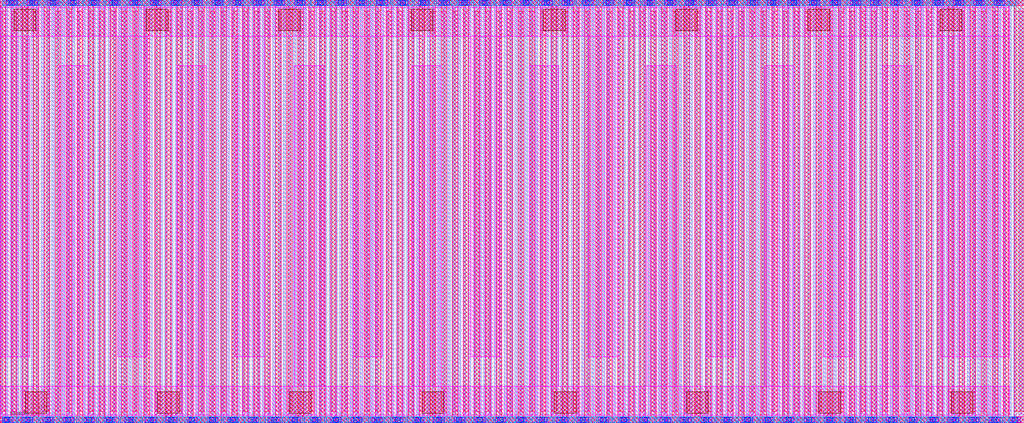
<source format=lef>
# Copyright 2020 The SkyWater PDK Authors
#
# Licensed under the Apache License, Version 2.0 (the "License");
# you may not use this file except in compliance with the License.
# You may obtain a copy of the License at
#
#     https://www.apache.org/licenses/LICENSE-2.0
#
# Unless required by applicable law or agreed to in writing, software
# distributed under the License is distributed on an "AS IS" BASIS,
# WITHOUT WARRANTIES OR CONDITIONS OF ANY KIND, either express or implied.
# See the License for the specific language governing permissions and
# limitations under the License.
#
# SPDX-License-Identifier: Apache-2.0

VERSION 5.7 ;
  NOWIREEXTENSIONATPIN ON ;
  DIVIDERCHAR "/" ;
  BUSBITCHARS "[]" ;
MACRO sky130_fd_pr__cap_vpp_55p8x23p1_pol1m1m2m3m4m5_noshield_m5pullin
  CLASS BLOCK ;
  FOREIGN sky130_fd_pr__cap_vpp_55p8x23p1_pol1m1m2m3m4m5_noshield_m5pullin ;
  ORIGIN  0.000000  0.000000 ;
  SIZE  55.73000 BY  23.05000 ;
  OBS
    LAYER li1 ;
      RECT  0.000000  0.000000 55.730000  0.330000 ;
      RECT  0.000000  0.330000  0.140000 22.580000 ;
      RECT  0.000000 22.720000 55.730000 23.050000 ;
      RECT  0.280000  0.470000  0.420000 22.720000 ;
      RECT  0.560000  0.330000  0.700000 22.580000 ;
      RECT  0.840000  0.470000  0.980000 22.720000 ;
      RECT  1.120000  0.330000  1.260000 22.580000 ;
      RECT  1.400000  0.470000  1.540000 22.720000 ;
      RECT  1.680000  0.330000  1.820000 22.580000 ;
      RECT  1.960000  0.470000  2.100000 22.720000 ;
      RECT  2.240000  0.330000  2.380000 22.580000 ;
      RECT  2.520000  0.470000  2.660000 22.720000 ;
      RECT  2.800000  0.330000  2.940000 22.580000 ;
      RECT  3.080000  0.470000  3.220000 22.720000 ;
      RECT  3.360000  0.330000  3.500000 22.580000 ;
      RECT  3.640000  0.470000  3.780000 22.720000 ;
      RECT  3.920000  0.330000  4.060000 22.580000 ;
      RECT  4.200000  0.470000  4.340000 22.720000 ;
      RECT  4.480000  0.330000  4.620000 22.580000 ;
      RECT  4.760000  0.470000  4.900000 22.720000 ;
      RECT  5.040000  0.330000  5.180000 22.580000 ;
      RECT  5.320000  0.470000  5.460000 22.720000 ;
      RECT  5.600000  0.330000  5.740000 22.580000 ;
      RECT  5.880000  0.470000  6.020000 22.720000 ;
      RECT  6.160000  0.330000  6.300000 22.580000 ;
      RECT  6.440000  0.470000  6.580000 22.720000 ;
      RECT  6.720000  0.330000  6.860000 22.580000 ;
      RECT  7.000000  0.470000  7.140000 22.720000 ;
      RECT  7.280000  0.330000  7.420000 22.580000 ;
      RECT  7.560000  0.470000  7.700000 22.720000 ;
      RECT  7.840000  0.330000  7.980000 22.580000 ;
      RECT  8.120000  0.470000  8.260000 22.720000 ;
      RECT  8.400000  0.330000  8.540000 22.580000 ;
      RECT  8.680000  0.470000  8.820000 22.720000 ;
      RECT  8.960000  0.330000  9.100000 22.580000 ;
      RECT  9.240000  0.470000  9.380000 22.720000 ;
      RECT  9.520000  0.330000  9.660000 22.580000 ;
      RECT  9.800000  0.470000  9.940000 22.720000 ;
      RECT 10.080000  0.330000 10.220000 22.580000 ;
      RECT 10.360000  0.470000 10.500000 22.720000 ;
      RECT 10.640000  0.330000 10.780000 22.580000 ;
      RECT 10.920000  0.470000 11.060000 22.720000 ;
      RECT 11.200000  0.330000 11.340000 22.580000 ;
      RECT 11.480000  0.470000 11.620000 22.720000 ;
      RECT 11.760000  0.330000 11.900000 22.580000 ;
      RECT 12.040000  0.470000 12.180000 22.720000 ;
      RECT 12.320000  0.330000 12.460000 22.580000 ;
      RECT 12.600000  0.470000 12.740000 22.720000 ;
      RECT 12.880000  0.330000 13.020000 22.580000 ;
      RECT 13.160000  0.470000 13.300000 22.720000 ;
      RECT 13.440000  0.330000 13.580000 22.580000 ;
      RECT 13.720000  0.470000 13.860000 22.720000 ;
      RECT 14.000000  0.330000 14.140000 22.580000 ;
      RECT 14.280000  0.470000 14.420000 22.720000 ;
      RECT 14.560000  0.330000 14.700000 22.580000 ;
      RECT 14.840000  0.470000 14.980000 22.720000 ;
      RECT 15.120000  0.330000 15.260000 22.580000 ;
      RECT 15.400000  0.470000 15.540000 22.720000 ;
      RECT 15.680000  0.330000 15.820000 22.580000 ;
      RECT 15.960000  0.470000 16.100000 22.720000 ;
      RECT 16.240000  0.330000 16.380000 22.580000 ;
      RECT 16.520000  0.470000 16.660000 22.720000 ;
      RECT 16.800000  0.330000 16.940000 22.580000 ;
      RECT 17.080000  0.470000 17.220000 22.720000 ;
      RECT 17.360000  0.330000 17.500000 22.580000 ;
      RECT 17.640000  0.470000 17.780000 22.720000 ;
      RECT 17.920000  0.330000 18.060000 22.580000 ;
      RECT 18.200000  0.470000 18.340000 22.720000 ;
      RECT 18.480000  0.330000 18.620000 22.580000 ;
      RECT 18.760000  0.470000 18.900000 22.720000 ;
      RECT 19.040000  0.330000 19.180000 22.580000 ;
      RECT 19.320000  0.470000 19.460000 22.720000 ;
      RECT 19.600000  0.330000 19.740000 22.580000 ;
      RECT 19.880000  0.470000 20.020000 22.720000 ;
      RECT 20.160000  0.330000 20.300000 22.580000 ;
      RECT 20.440000  0.470000 20.580000 22.720000 ;
      RECT 20.720000  0.330000 20.860000 22.580000 ;
      RECT 21.000000  0.470000 21.140000 22.720000 ;
      RECT 21.280000  0.330000 21.420000 22.580000 ;
      RECT 21.560000  0.470000 21.700000 22.720000 ;
      RECT 21.840000  0.330000 21.980000 22.580000 ;
      RECT 22.120000  0.470000 22.260000 22.720000 ;
      RECT 22.400000  0.330000 22.540000 22.580000 ;
      RECT 22.680000  0.470000 22.820000 22.720000 ;
      RECT 22.960000  0.330000 23.100000 22.580000 ;
      RECT 23.240000  0.470000 23.380000 22.720000 ;
      RECT 23.520000  0.330000 23.660000 22.580000 ;
      RECT 23.800000  0.470000 23.940000 22.720000 ;
      RECT 24.080000  0.330000 24.220000 22.580000 ;
      RECT 24.360000  0.470000 24.500000 22.720000 ;
      RECT 24.640000  0.330000 24.780000 22.580000 ;
      RECT 24.920000  0.470000 25.060000 22.720000 ;
      RECT 25.200000  0.330000 25.340000 22.580000 ;
      RECT 25.480000  0.470000 25.620000 22.720000 ;
      RECT 25.760000  0.330000 25.900000 22.580000 ;
      RECT 26.040000  0.470000 26.180000 22.720000 ;
      RECT 26.320000  0.330000 26.460000 22.580000 ;
      RECT 26.600000  0.470000 26.740000 22.720000 ;
      RECT 26.880000  0.330000 27.020000 22.580000 ;
      RECT 27.160000  0.470000 27.300000 22.720000 ;
      RECT 27.440000  0.330000 27.580000 22.580000 ;
      RECT 27.720000  0.470000 27.860000 22.720000 ;
      RECT 28.000000  0.330000 28.140000 22.580000 ;
      RECT 28.280000  0.470000 28.420000 22.720000 ;
      RECT 28.560000  0.330000 28.700000 22.580000 ;
      RECT 28.840000  0.470000 28.980000 22.720000 ;
      RECT 29.120000  0.330000 29.260000 22.580000 ;
      RECT 29.400000  0.470000 29.540000 22.720000 ;
      RECT 29.680000  0.330000 29.820000 22.580000 ;
      RECT 29.960000  0.470000 30.100000 22.720000 ;
      RECT 30.240000  0.330000 30.380000 22.580000 ;
      RECT 30.520000  0.470000 30.660000 22.720000 ;
      RECT 30.800000  0.330000 30.940000 22.580000 ;
      RECT 31.080000  0.470000 31.220000 22.720000 ;
      RECT 31.360000  0.330000 31.500000 22.580000 ;
      RECT 31.640000  0.470000 31.780000 22.720000 ;
      RECT 31.920000  0.330000 32.060000 22.580000 ;
      RECT 32.200000  0.470000 32.340000 22.720000 ;
      RECT 32.480000  0.330000 32.620000 22.580000 ;
      RECT 32.760000  0.470000 32.900000 22.720000 ;
      RECT 33.040000  0.330000 33.180000 22.580000 ;
      RECT 33.320000  0.470000 33.460000 22.720000 ;
      RECT 33.600000  0.330000 33.740000 22.580000 ;
      RECT 33.880000  0.470000 34.020000 22.720000 ;
      RECT 34.160000  0.330000 34.300000 22.580000 ;
      RECT 34.440000  0.470000 34.580000 22.720000 ;
      RECT 34.720000  0.330000 34.860000 22.580000 ;
      RECT 35.000000  0.470000 35.140000 22.720000 ;
      RECT 35.280000  0.330000 35.420000 22.580000 ;
      RECT 35.560000  0.470000 35.700000 22.720000 ;
      RECT 35.840000  0.330000 35.980000 22.580000 ;
      RECT 36.120000  0.470000 36.260000 22.720000 ;
      RECT 36.400000  0.330000 36.540000 22.580000 ;
      RECT 36.680000  0.470000 36.820000 22.720000 ;
      RECT 36.960000  0.330000 37.100000 22.580000 ;
      RECT 37.240000  0.470000 37.380000 22.720000 ;
      RECT 37.520000  0.330000 37.660000 22.580000 ;
      RECT 37.800000  0.470000 37.940000 22.720000 ;
      RECT 38.080000  0.330000 38.220000 22.580000 ;
      RECT 38.360000  0.470000 38.500000 22.720000 ;
      RECT 38.640000  0.330000 38.780000 22.580000 ;
      RECT 38.920000  0.470000 39.060000 22.720000 ;
      RECT 39.200000  0.330000 39.340000 22.580000 ;
      RECT 39.480000  0.470000 39.620000 22.720000 ;
      RECT 39.760000  0.330000 39.900000 22.580000 ;
      RECT 40.040000  0.470000 40.180000 22.720000 ;
      RECT 40.320000  0.330000 40.460000 22.580000 ;
      RECT 40.600000  0.470000 40.740000 22.720000 ;
      RECT 40.880000  0.330000 41.020000 22.580000 ;
      RECT 41.160000  0.470000 41.300000 22.720000 ;
      RECT 41.440000  0.330000 41.580000 22.580000 ;
      RECT 41.720000  0.470000 41.860000 22.720000 ;
      RECT 42.000000  0.330000 42.140000 22.580000 ;
      RECT 42.280000  0.470000 42.420000 22.720000 ;
      RECT 42.560000  0.330000 42.700000 22.580000 ;
      RECT 42.840000  0.470000 42.980000 22.720000 ;
      RECT 43.120000  0.330000 43.260000 22.580000 ;
      RECT 43.400000  0.470000 43.540000 22.720000 ;
      RECT 43.680000  0.330000 43.820000 22.580000 ;
      RECT 43.960000  0.470000 44.100000 22.720000 ;
      RECT 44.240000  0.330000 44.380000 22.580000 ;
      RECT 44.520000  0.470000 44.660000 22.720000 ;
      RECT 44.800000  0.330000 44.940000 22.580000 ;
      RECT 45.080000  0.470000 45.220000 22.720000 ;
      RECT 45.360000  0.330000 45.500000 22.580000 ;
      RECT 45.640000  0.470000 45.780000 22.720000 ;
      RECT 45.920000  0.330000 46.060000 22.580000 ;
      RECT 46.200000  0.470000 46.340000 22.720000 ;
      RECT 46.480000  0.330000 46.620000 22.580000 ;
      RECT 46.760000  0.470000 46.900000 22.720000 ;
      RECT 47.040000  0.330000 47.180000 22.580000 ;
      RECT 47.320000  0.470000 47.460000 22.720000 ;
      RECT 47.600000  0.330000 47.740000 22.580000 ;
      RECT 47.880000  0.470000 48.020000 22.720000 ;
      RECT 48.160000  0.330000 48.300000 22.580000 ;
      RECT 48.440000  0.470000 48.580000 22.720000 ;
      RECT 48.720000  0.330000 48.860000 22.580000 ;
      RECT 49.000000  0.470000 49.140000 22.720000 ;
      RECT 49.280000  0.330000 49.420000 22.580000 ;
      RECT 49.560000  0.470000 49.700000 22.720000 ;
      RECT 49.840000  0.330000 49.980000 22.580000 ;
      RECT 50.120000  0.470000 50.260000 22.720000 ;
      RECT 50.400000  0.330000 50.540000 22.580000 ;
      RECT 50.680000  0.470000 50.820000 22.720000 ;
      RECT 50.960000  0.330000 51.100000 22.580000 ;
      RECT 51.240000  0.470000 51.380000 22.720000 ;
      RECT 51.520000  0.330000 51.660000 22.580000 ;
      RECT 51.800000  0.470000 51.940000 22.720000 ;
      RECT 52.080000  0.330000 52.220000 22.580000 ;
      RECT 52.360000  0.470000 52.500000 22.720000 ;
      RECT 52.640000  0.330000 52.780000 22.580000 ;
      RECT 52.920000  0.470000 53.060000 22.720000 ;
      RECT 53.200000  0.330000 53.340000 22.580000 ;
      RECT 53.480000  0.470000 53.620000 22.720000 ;
      RECT 53.760000  0.330000 53.900000 22.580000 ;
      RECT 54.040000  0.470000 54.180000 22.720000 ;
      RECT 54.320000  0.330000 54.460000 22.580000 ;
      RECT 54.600000  0.470000 54.740000 22.720000 ;
      RECT 54.880000  0.330000 55.020000 22.580000 ;
      RECT 55.160000  0.470000 55.300000 22.720000 ;
      RECT 55.440000  0.330000 55.730000 22.580000 ;
    LAYER mcon ;
      RECT  0.190000  0.080000  0.360000  0.250000 ;
      RECT  0.190000 22.800000  0.360000 22.970000 ;
      RECT  0.550000  0.080000  0.720000  0.250000 ;
      RECT  0.550000 22.800000  0.720000 22.970000 ;
      RECT  0.910000  0.080000  1.080000  0.250000 ;
      RECT  0.910000 22.800000  1.080000 22.970000 ;
      RECT  1.270000  0.080000  1.440000  0.250000 ;
      RECT  1.270000 22.800000  1.440000 22.970000 ;
      RECT  1.630000  0.080000  1.800000  0.250000 ;
      RECT  1.630000 22.800000  1.800000 22.970000 ;
      RECT  1.990000  0.080000  2.160000  0.250000 ;
      RECT  1.990000 22.800000  2.160000 22.970000 ;
      RECT  2.350000  0.080000  2.520000  0.250000 ;
      RECT  2.350000 22.800000  2.520000 22.970000 ;
      RECT  2.710000  0.080000  2.880000  0.250000 ;
      RECT  2.710000 22.800000  2.880000 22.970000 ;
      RECT  3.070000  0.080000  3.240000  0.250000 ;
      RECT  3.070000 22.800000  3.240000 22.970000 ;
      RECT  3.430000  0.080000  3.600000  0.250000 ;
      RECT  3.430000 22.800000  3.600000 22.970000 ;
      RECT  3.790000  0.080000  3.960000  0.250000 ;
      RECT  3.790000 22.800000  3.960000 22.970000 ;
      RECT  4.150000  0.080000  4.320000  0.250000 ;
      RECT  4.150000 22.800000  4.320000 22.970000 ;
      RECT  4.510000  0.080000  4.680000  0.250000 ;
      RECT  4.510000 22.800000  4.680000 22.970000 ;
      RECT  4.870000  0.080000  5.040000  0.250000 ;
      RECT  4.870000 22.800000  5.040000 22.970000 ;
      RECT  5.230000  0.080000  5.400000  0.250000 ;
      RECT  5.230000 22.800000  5.400000 22.970000 ;
      RECT  5.590000  0.080000  5.760000  0.250000 ;
      RECT  5.590000 22.800000  5.760000 22.970000 ;
      RECT  5.950000  0.080000  6.120000  0.250000 ;
      RECT  5.950000 22.800000  6.120000 22.970000 ;
      RECT  6.310000  0.080000  6.480000  0.250000 ;
      RECT  6.310000 22.800000  6.480000 22.970000 ;
      RECT  6.670000  0.080000  6.840000  0.250000 ;
      RECT  6.670000 22.800000  6.840000 22.970000 ;
      RECT  7.030000  0.080000  7.200000  0.250000 ;
      RECT  7.030000 22.800000  7.200000 22.970000 ;
      RECT  7.390000  0.080000  7.560000  0.250000 ;
      RECT  7.390000 22.800000  7.560000 22.970000 ;
      RECT  7.750000  0.080000  7.920000  0.250000 ;
      RECT  7.750000 22.800000  7.920000 22.970000 ;
      RECT  8.110000  0.080000  8.280000  0.250000 ;
      RECT  8.110000 22.800000  8.280000 22.970000 ;
      RECT  8.470000  0.080000  8.640000  0.250000 ;
      RECT  8.470000 22.800000  8.640000 22.970000 ;
      RECT  8.830000  0.080000  9.000000  0.250000 ;
      RECT  8.830000 22.800000  9.000000 22.970000 ;
      RECT  9.190000  0.080000  9.360000  0.250000 ;
      RECT  9.190000 22.800000  9.360000 22.970000 ;
      RECT  9.550000  0.080000  9.720000  0.250000 ;
      RECT  9.550000 22.800000  9.720000 22.970000 ;
      RECT  9.910000  0.080000 10.080000  0.250000 ;
      RECT  9.910000 22.800000 10.080000 22.970000 ;
      RECT 10.270000  0.080000 10.440000  0.250000 ;
      RECT 10.270000 22.800000 10.440000 22.970000 ;
      RECT 10.630000  0.080000 10.800000  0.250000 ;
      RECT 10.630000 22.800000 10.800000 22.970000 ;
      RECT 10.990000  0.080000 11.160000  0.250000 ;
      RECT 10.990000 22.800000 11.160000 22.970000 ;
      RECT 11.350000  0.080000 11.520000  0.250000 ;
      RECT 11.350000 22.800000 11.520000 22.970000 ;
      RECT 11.710000  0.080000 11.880000  0.250000 ;
      RECT 11.710000 22.800000 11.880000 22.970000 ;
      RECT 12.070000  0.080000 12.240000  0.250000 ;
      RECT 12.070000 22.800000 12.240000 22.970000 ;
      RECT 12.430000  0.080000 12.600000  0.250000 ;
      RECT 12.430000 22.800000 12.600000 22.970000 ;
      RECT 12.790000  0.080000 12.960000  0.250000 ;
      RECT 12.790000 22.800000 12.960000 22.970000 ;
      RECT 13.150000  0.080000 13.320000  0.250000 ;
      RECT 13.150000 22.800000 13.320000 22.970000 ;
      RECT 13.510000  0.080000 13.680000  0.250000 ;
      RECT 13.510000 22.800000 13.680000 22.970000 ;
      RECT 13.870000  0.080000 14.040000  0.250000 ;
      RECT 13.870000 22.800000 14.040000 22.970000 ;
      RECT 14.230000  0.080000 14.400000  0.250000 ;
      RECT 14.230000 22.800000 14.400000 22.970000 ;
      RECT 14.590000  0.080000 14.760000  0.250000 ;
      RECT 14.590000 22.800000 14.760000 22.970000 ;
      RECT 14.950000  0.080000 15.120000  0.250000 ;
      RECT 14.950000 22.800000 15.120000 22.970000 ;
      RECT 15.310000  0.080000 15.480000  0.250000 ;
      RECT 15.310000 22.800000 15.480000 22.970000 ;
      RECT 15.670000  0.080000 15.840000  0.250000 ;
      RECT 15.670000 22.800000 15.840000 22.970000 ;
      RECT 16.030000  0.080000 16.200000  0.250000 ;
      RECT 16.030000 22.800000 16.200000 22.970000 ;
      RECT 16.390000  0.080000 16.560000  0.250000 ;
      RECT 16.390000 22.800000 16.560000 22.970000 ;
      RECT 16.750000  0.080000 16.920000  0.250000 ;
      RECT 16.750000 22.800000 16.920000 22.970000 ;
      RECT 17.110000  0.080000 17.280000  0.250000 ;
      RECT 17.110000 22.800000 17.280000 22.970000 ;
      RECT 17.470000  0.080000 17.640000  0.250000 ;
      RECT 17.470000 22.800000 17.640000 22.970000 ;
      RECT 17.830000  0.080000 18.000000  0.250000 ;
      RECT 17.830000 22.800000 18.000000 22.970000 ;
      RECT 18.190000  0.080000 18.360000  0.250000 ;
      RECT 18.190000 22.800000 18.360000 22.970000 ;
      RECT 18.550000  0.080000 18.720000  0.250000 ;
      RECT 18.550000 22.800000 18.720000 22.970000 ;
      RECT 18.910000  0.080000 19.080000  0.250000 ;
      RECT 18.910000 22.800000 19.080000 22.970000 ;
      RECT 19.270000  0.080000 19.440000  0.250000 ;
      RECT 19.270000 22.800000 19.440000 22.970000 ;
      RECT 19.630000  0.080000 19.800000  0.250000 ;
      RECT 19.630000 22.800000 19.800000 22.970000 ;
      RECT 19.990000  0.080000 20.160000  0.250000 ;
      RECT 19.990000 22.800000 20.160000 22.970000 ;
      RECT 20.350000  0.080000 20.520000  0.250000 ;
      RECT 20.350000 22.800000 20.520000 22.970000 ;
      RECT 20.710000  0.080000 20.880000  0.250000 ;
      RECT 20.710000 22.800000 20.880000 22.970000 ;
      RECT 21.070000  0.080000 21.240000  0.250000 ;
      RECT 21.070000 22.800000 21.240000 22.970000 ;
      RECT 21.430000  0.080000 21.600000  0.250000 ;
      RECT 21.430000 22.800000 21.600000 22.970000 ;
      RECT 21.790000  0.080000 21.960000  0.250000 ;
      RECT 21.790000 22.800000 21.960000 22.970000 ;
      RECT 22.150000  0.080000 22.320000  0.250000 ;
      RECT 22.150000 22.800000 22.320000 22.970000 ;
      RECT 22.510000  0.080000 22.680000  0.250000 ;
      RECT 22.510000 22.800000 22.680000 22.970000 ;
      RECT 22.870000  0.080000 23.040000  0.250000 ;
      RECT 22.870000 22.800000 23.040000 22.970000 ;
      RECT 23.230000  0.080000 23.400000  0.250000 ;
      RECT 23.230000 22.800000 23.400000 22.970000 ;
      RECT 23.590000  0.080000 23.760000  0.250000 ;
      RECT 23.590000 22.800000 23.760000 22.970000 ;
      RECT 23.950000  0.080000 24.120000  0.250000 ;
      RECT 23.950000 22.800000 24.120000 22.970000 ;
      RECT 24.310000  0.080000 24.480000  0.250000 ;
      RECT 24.310000 22.800000 24.480000 22.970000 ;
      RECT 24.670000  0.080000 24.840000  0.250000 ;
      RECT 24.670000 22.800000 24.840000 22.970000 ;
      RECT 25.030000  0.080000 25.200000  0.250000 ;
      RECT 25.030000 22.800000 25.200000 22.970000 ;
      RECT 25.390000  0.080000 25.560000  0.250000 ;
      RECT 25.390000 22.800000 25.560000 22.970000 ;
      RECT 25.750000  0.080000 25.920000  0.250000 ;
      RECT 25.750000 22.800000 25.920000 22.970000 ;
      RECT 26.110000  0.080000 26.280000  0.250000 ;
      RECT 26.110000 22.800000 26.280000 22.970000 ;
      RECT 26.470000  0.080000 26.640000  0.250000 ;
      RECT 26.470000 22.800000 26.640000 22.970000 ;
      RECT 26.830000  0.080000 27.000000  0.250000 ;
      RECT 26.830000 22.800000 27.000000 22.970000 ;
      RECT 27.190000  0.080000 27.360000  0.250000 ;
      RECT 27.190000 22.800000 27.360000 22.970000 ;
      RECT 27.550000  0.080000 27.720000  0.250000 ;
      RECT 27.550000 22.800000 27.720000 22.970000 ;
      RECT 27.910000  0.080000 28.080000  0.250000 ;
      RECT 27.910000 22.800000 28.080000 22.970000 ;
      RECT 28.270000  0.080000 28.440000  0.250000 ;
      RECT 28.270000 22.800000 28.440000 22.970000 ;
      RECT 28.630000  0.080000 28.800000  0.250000 ;
      RECT 28.630000 22.800000 28.800000 22.970000 ;
      RECT 28.990000  0.080000 29.160000  0.250000 ;
      RECT 28.990000 22.800000 29.160000 22.970000 ;
      RECT 29.350000  0.080000 29.520000  0.250000 ;
      RECT 29.350000 22.800000 29.520000 22.970000 ;
      RECT 29.710000  0.080000 29.880000  0.250000 ;
      RECT 29.710000 22.800000 29.880000 22.970000 ;
      RECT 30.070000  0.080000 30.240000  0.250000 ;
      RECT 30.070000 22.800000 30.240000 22.970000 ;
      RECT 30.430000  0.080000 30.600000  0.250000 ;
      RECT 30.430000 22.800000 30.600000 22.970000 ;
      RECT 30.790000  0.080000 30.960000  0.250000 ;
      RECT 30.790000 22.800000 30.960000 22.970000 ;
      RECT 31.150000  0.080000 31.320000  0.250000 ;
      RECT 31.150000 22.800000 31.320000 22.970000 ;
      RECT 31.510000  0.080000 31.680000  0.250000 ;
      RECT 31.510000 22.800000 31.680000 22.970000 ;
      RECT 31.870000  0.080000 32.040000  0.250000 ;
      RECT 31.870000 22.800000 32.040000 22.970000 ;
      RECT 32.230000  0.080000 32.400000  0.250000 ;
      RECT 32.230000 22.800000 32.400000 22.970000 ;
      RECT 32.590000  0.080000 32.760000  0.250000 ;
      RECT 32.590000 22.800000 32.760000 22.970000 ;
      RECT 32.950000  0.080000 33.120000  0.250000 ;
      RECT 32.950000 22.800000 33.120000 22.970000 ;
      RECT 33.310000  0.080000 33.480000  0.250000 ;
      RECT 33.310000 22.800000 33.480000 22.970000 ;
      RECT 33.670000  0.080000 33.840000  0.250000 ;
      RECT 33.670000 22.800000 33.840000 22.970000 ;
      RECT 34.030000  0.080000 34.200000  0.250000 ;
      RECT 34.030000 22.800000 34.200000 22.970000 ;
      RECT 34.390000  0.080000 34.560000  0.250000 ;
      RECT 34.390000 22.800000 34.560000 22.970000 ;
      RECT 34.750000  0.080000 34.920000  0.250000 ;
      RECT 34.750000 22.800000 34.920000 22.970000 ;
      RECT 35.110000  0.080000 35.280000  0.250000 ;
      RECT 35.110000 22.800000 35.280000 22.970000 ;
      RECT 35.470000  0.080000 35.640000  0.250000 ;
      RECT 35.470000 22.800000 35.640000 22.970000 ;
      RECT 35.830000  0.080000 36.000000  0.250000 ;
      RECT 35.830000 22.800000 36.000000 22.970000 ;
      RECT 36.190000  0.080000 36.360000  0.250000 ;
      RECT 36.190000 22.800000 36.360000 22.970000 ;
      RECT 36.550000  0.080000 36.720000  0.250000 ;
      RECT 36.550000 22.800000 36.720000 22.970000 ;
      RECT 36.910000  0.080000 37.080000  0.250000 ;
      RECT 36.910000 22.800000 37.080000 22.970000 ;
      RECT 37.270000  0.080000 37.440000  0.250000 ;
      RECT 37.270000 22.800000 37.440000 22.970000 ;
      RECT 37.630000  0.080000 37.800000  0.250000 ;
      RECT 37.630000 22.800000 37.800000 22.970000 ;
      RECT 37.990000  0.080000 38.160000  0.250000 ;
      RECT 37.990000 22.800000 38.160000 22.970000 ;
      RECT 38.350000  0.080000 38.520000  0.250000 ;
      RECT 38.350000 22.800000 38.520000 22.970000 ;
      RECT 38.710000  0.080000 38.880000  0.250000 ;
      RECT 38.710000 22.800000 38.880000 22.970000 ;
      RECT 39.070000  0.080000 39.240000  0.250000 ;
      RECT 39.070000 22.800000 39.240000 22.970000 ;
      RECT 39.430000  0.080000 39.600000  0.250000 ;
      RECT 39.430000 22.800000 39.600000 22.970000 ;
      RECT 39.790000  0.080000 39.960000  0.250000 ;
      RECT 39.790000 22.800000 39.960000 22.970000 ;
      RECT 40.150000  0.080000 40.320000  0.250000 ;
      RECT 40.150000 22.800000 40.320000 22.970000 ;
      RECT 40.510000  0.080000 40.680000  0.250000 ;
      RECT 40.510000 22.800000 40.680000 22.970000 ;
      RECT 40.870000  0.080000 41.040000  0.250000 ;
      RECT 40.870000 22.800000 41.040000 22.970000 ;
      RECT 41.230000  0.080000 41.400000  0.250000 ;
      RECT 41.230000 22.800000 41.400000 22.970000 ;
      RECT 41.590000  0.080000 41.760000  0.250000 ;
      RECT 41.590000 22.800000 41.760000 22.970000 ;
      RECT 41.950000  0.080000 42.120000  0.250000 ;
      RECT 41.950000 22.800000 42.120000 22.970000 ;
      RECT 42.310000  0.080000 42.480000  0.250000 ;
      RECT 42.310000 22.800000 42.480000 22.970000 ;
      RECT 42.670000  0.080000 42.840000  0.250000 ;
      RECT 42.670000 22.800000 42.840000 22.970000 ;
      RECT 43.030000  0.080000 43.200000  0.250000 ;
      RECT 43.030000 22.800000 43.200000 22.970000 ;
      RECT 43.390000  0.080000 43.560000  0.250000 ;
      RECT 43.390000 22.800000 43.560000 22.970000 ;
      RECT 43.750000  0.080000 43.920000  0.250000 ;
      RECT 43.750000 22.800000 43.920000 22.970000 ;
      RECT 44.110000  0.080000 44.280000  0.250000 ;
      RECT 44.110000 22.800000 44.280000 22.970000 ;
      RECT 44.470000  0.080000 44.640000  0.250000 ;
      RECT 44.470000 22.800000 44.640000 22.970000 ;
      RECT 44.830000  0.080000 45.000000  0.250000 ;
      RECT 44.830000 22.800000 45.000000 22.970000 ;
      RECT 45.190000  0.080000 45.360000  0.250000 ;
      RECT 45.190000 22.800000 45.360000 22.970000 ;
      RECT 45.550000  0.080000 45.720000  0.250000 ;
      RECT 45.550000 22.800000 45.720000 22.970000 ;
      RECT 45.910000  0.080000 46.080000  0.250000 ;
      RECT 45.910000 22.800000 46.080000 22.970000 ;
      RECT 46.270000  0.080000 46.440000  0.250000 ;
      RECT 46.270000 22.800000 46.440000 22.970000 ;
      RECT 46.630000  0.080000 46.800000  0.250000 ;
      RECT 46.630000 22.800000 46.800000 22.970000 ;
      RECT 46.990000  0.080000 47.160000  0.250000 ;
      RECT 46.990000 22.800000 47.160000 22.970000 ;
      RECT 47.350000  0.080000 47.520000  0.250000 ;
      RECT 47.350000 22.800000 47.520000 22.970000 ;
      RECT 47.710000  0.080000 47.880000  0.250000 ;
      RECT 47.710000 22.800000 47.880000 22.970000 ;
      RECT 48.070000  0.080000 48.240000  0.250000 ;
      RECT 48.070000 22.800000 48.240000 22.970000 ;
      RECT 48.430000  0.080000 48.600000  0.250000 ;
      RECT 48.430000 22.800000 48.600000 22.970000 ;
      RECT 48.790000  0.080000 48.960000  0.250000 ;
      RECT 48.790000 22.800000 48.960000 22.970000 ;
      RECT 49.150000  0.080000 49.320000  0.250000 ;
      RECT 49.150000 22.800000 49.320000 22.970000 ;
      RECT 49.510000  0.080000 49.680000  0.250000 ;
      RECT 49.510000 22.800000 49.680000 22.970000 ;
      RECT 49.870000  0.080000 50.040000  0.250000 ;
      RECT 49.870000 22.800000 50.040000 22.970000 ;
      RECT 50.230000  0.080000 50.400000  0.250000 ;
      RECT 50.230000 22.800000 50.400000 22.970000 ;
      RECT 50.590000  0.080000 50.760000  0.250000 ;
      RECT 50.590000 22.800000 50.760000 22.970000 ;
      RECT 50.950000  0.080000 51.120000  0.250000 ;
      RECT 50.950000 22.800000 51.120000 22.970000 ;
      RECT 51.310000  0.080000 51.480000  0.250000 ;
      RECT 51.310000 22.800000 51.480000 22.970000 ;
      RECT 51.670000  0.080000 51.840000  0.250000 ;
      RECT 51.670000 22.800000 51.840000 22.970000 ;
      RECT 52.030000  0.080000 52.200000  0.250000 ;
      RECT 52.030000 22.800000 52.200000 22.970000 ;
      RECT 52.390000  0.080000 52.560000  0.250000 ;
      RECT 52.390000 22.800000 52.560000 22.970000 ;
      RECT 52.750000  0.080000 52.920000  0.250000 ;
      RECT 52.750000 22.800000 52.920000 22.970000 ;
      RECT 53.110000  0.080000 53.280000  0.250000 ;
      RECT 53.110000 22.800000 53.280000 22.970000 ;
      RECT 53.470000  0.080000 53.640000  0.250000 ;
      RECT 53.470000 22.800000 53.640000 22.970000 ;
      RECT 53.830000  0.080000 54.000000  0.250000 ;
      RECT 53.830000 22.800000 54.000000 22.970000 ;
      RECT 54.190000  0.080000 54.360000  0.250000 ;
      RECT 54.190000 22.800000 54.360000 22.970000 ;
      RECT 54.550000  0.080000 54.720000  0.250000 ;
      RECT 54.550000 22.800000 54.720000 22.970000 ;
      RECT 54.910000  0.080000 55.080000  0.250000 ;
      RECT 54.910000 22.800000 55.080000 22.970000 ;
      RECT 55.270000  0.080000 55.440000  0.250000 ;
      RECT 55.270000 22.800000 55.440000 22.970000 ;
    LAYER met1 ;
      RECT  0.000000  0.000000 55.730000  0.330000 ;
      RECT  0.000000  0.470000  0.140000 22.720000 ;
      RECT  0.000000 22.720000 55.730000 23.050000 ;
      RECT  0.280000  0.330000  0.420000 22.580000 ;
      RECT  0.560000  0.470000  0.700000 22.720000 ;
      RECT  0.840000  0.330000  0.980000 22.580000 ;
      RECT  1.120000  0.470000  1.260000 22.720000 ;
      RECT  1.400000  0.330000  1.540000 22.580000 ;
      RECT  1.680000  0.470000  1.820000 22.720000 ;
      RECT  1.960000  0.330000  2.100000 22.580000 ;
      RECT  2.240000  0.470000  2.380000 22.720000 ;
      RECT  2.520000  0.330000  2.660000 22.580000 ;
      RECT  2.800000  0.470000  2.940000 22.720000 ;
      RECT  3.080000  0.330000  3.220000 22.580000 ;
      RECT  3.360000  0.470000  3.500000 22.720000 ;
      RECT  3.640000  0.330000  3.780000 22.580000 ;
      RECT  3.920000  0.470000  4.060000 22.720000 ;
      RECT  4.200000  0.330000  4.340000 22.580000 ;
      RECT  4.480000  0.470000  4.620000 22.720000 ;
      RECT  4.760000  0.330000  4.900000 22.580000 ;
      RECT  5.040000  0.470000  5.180000 22.720000 ;
      RECT  5.320000  0.330000  5.460000 22.580000 ;
      RECT  5.600000  0.470000  5.740000 22.720000 ;
      RECT  5.880000  0.330000  6.020000 22.580000 ;
      RECT  6.160000  0.470000  6.300000 22.720000 ;
      RECT  6.440000  0.330000  6.580000 22.580000 ;
      RECT  6.720000  0.470000  6.860000 22.720000 ;
      RECT  7.000000  0.330000  7.140000 22.580000 ;
      RECT  7.280000  0.470000  7.420000 22.720000 ;
      RECT  7.560000  0.330000  7.700000 22.580000 ;
      RECT  7.840000  0.470000  7.980000 22.720000 ;
      RECT  8.120000  0.330000  8.260000 22.580000 ;
      RECT  8.400000  0.470000  8.540000 22.720000 ;
      RECT  8.680000  0.330000  8.820000 22.580000 ;
      RECT  8.960000  0.470000  9.100000 22.720000 ;
      RECT  9.240000  0.330000  9.380000 22.580000 ;
      RECT  9.520000  0.470000  9.660000 22.720000 ;
      RECT  9.800000  0.330000  9.940000 22.580000 ;
      RECT 10.080000  0.470000 10.220000 22.720000 ;
      RECT 10.360000  0.330000 10.500000 22.580000 ;
      RECT 10.640000  0.470000 10.780000 22.720000 ;
      RECT 10.920000  0.330000 11.060000 22.580000 ;
      RECT 11.200000  0.470000 11.340000 22.720000 ;
      RECT 11.480000  0.330000 11.620000 22.580000 ;
      RECT 11.760000  0.470000 11.900000 22.720000 ;
      RECT 12.040000  0.330000 12.180000 22.580000 ;
      RECT 12.320000  0.470000 12.460000 22.720000 ;
      RECT 12.600000  0.330000 12.740000 22.580000 ;
      RECT 12.880000  0.470000 13.020000 22.720000 ;
      RECT 13.160000  0.330000 13.300000 22.580000 ;
      RECT 13.440000  0.470000 13.580000 22.720000 ;
      RECT 13.720000  0.330000 13.860000 22.580000 ;
      RECT 14.000000  0.470000 14.140000 22.720000 ;
      RECT 14.280000  0.330000 14.420000 22.580000 ;
      RECT 14.560000  0.470000 14.700000 22.720000 ;
      RECT 14.840000  0.330000 14.980000 22.580000 ;
      RECT 15.120000  0.470000 15.260000 22.720000 ;
      RECT 15.400000  0.330000 15.540000 22.580000 ;
      RECT 15.680000  0.470000 15.820000 22.720000 ;
      RECT 15.960000  0.330000 16.100000 22.580000 ;
      RECT 16.240000  0.470000 16.380000 22.720000 ;
      RECT 16.520000  0.330000 16.660000 22.580000 ;
      RECT 16.800000  0.470000 16.940000 22.720000 ;
      RECT 17.080000  0.330000 17.220000 22.580000 ;
      RECT 17.360000  0.470000 17.500000 22.720000 ;
      RECT 17.640000  0.330000 17.780000 22.580000 ;
      RECT 17.920000  0.470000 18.060000 22.720000 ;
      RECT 18.200000  0.330000 18.340000 22.580000 ;
      RECT 18.480000  0.470000 18.620000 22.720000 ;
      RECT 18.760000  0.330000 18.900000 22.580000 ;
      RECT 19.040000  0.470000 19.180000 22.720000 ;
      RECT 19.320000  0.330000 19.460000 22.580000 ;
      RECT 19.600000  0.470000 19.740000 22.720000 ;
      RECT 19.880000  0.330000 20.020000 22.580000 ;
      RECT 20.160000  0.470000 20.300000 22.720000 ;
      RECT 20.440000  0.330000 20.580000 22.580000 ;
      RECT 20.720000  0.470000 20.860000 22.720000 ;
      RECT 21.000000  0.330000 21.140000 22.580000 ;
      RECT 21.280000  0.470000 21.420000 22.720000 ;
      RECT 21.560000  0.330000 21.700000 22.580000 ;
      RECT 21.840000  0.470000 21.980000 22.720000 ;
      RECT 22.120000  0.330000 22.260000 22.580000 ;
      RECT 22.400000  0.470000 22.540000 22.720000 ;
      RECT 22.680000  0.330000 22.820000 22.580000 ;
      RECT 22.960000  0.470000 23.100000 22.720000 ;
      RECT 23.240000  0.330000 23.380000 22.580000 ;
      RECT 23.520000  0.470000 23.660000 22.720000 ;
      RECT 23.800000  0.330000 23.940000 22.580000 ;
      RECT 24.080000  0.470000 24.220000 22.720000 ;
      RECT 24.360000  0.330000 24.500000 22.580000 ;
      RECT 24.640000  0.470000 24.780000 22.720000 ;
      RECT 24.920000  0.330000 25.060000 22.580000 ;
      RECT 25.200000  0.470000 25.340000 22.720000 ;
      RECT 25.480000  0.330000 25.620000 22.580000 ;
      RECT 25.760000  0.470000 25.900000 22.720000 ;
      RECT 26.040000  0.330000 26.180000 22.580000 ;
      RECT 26.320000  0.470000 26.460000 22.720000 ;
      RECT 26.600000  0.330000 26.740000 22.580000 ;
      RECT 26.880000  0.470000 27.020000 22.720000 ;
      RECT 27.160000  0.330000 27.300000 22.580000 ;
      RECT 27.440000  0.470000 27.580000 22.720000 ;
      RECT 27.720000  0.330000 27.860000 22.580000 ;
      RECT 28.000000  0.470000 28.140000 22.720000 ;
      RECT 28.280000  0.330000 28.420000 22.580000 ;
      RECT 28.560000  0.470000 28.700000 22.720000 ;
      RECT 28.840000  0.330000 28.980000 22.580000 ;
      RECT 29.120000  0.470000 29.260000 22.720000 ;
      RECT 29.400000  0.330000 29.540000 22.580000 ;
      RECT 29.680000  0.470000 29.820000 22.720000 ;
      RECT 29.960000  0.330000 30.100000 22.580000 ;
      RECT 30.240000  0.470000 30.380000 22.720000 ;
      RECT 30.520000  0.330000 30.660000 22.580000 ;
      RECT 30.800000  0.470000 30.940000 22.720000 ;
      RECT 31.080000  0.330000 31.220000 22.580000 ;
      RECT 31.360000  0.470000 31.500000 22.720000 ;
      RECT 31.640000  0.330000 31.780000 22.580000 ;
      RECT 31.920000  0.470000 32.060000 22.720000 ;
      RECT 32.200000  0.330000 32.340000 22.580000 ;
      RECT 32.480000  0.470000 32.620000 22.720000 ;
      RECT 32.760000  0.330000 32.900000 22.580000 ;
      RECT 33.040000  0.470000 33.180000 22.720000 ;
      RECT 33.320000  0.330000 33.460000 22.580000 ;
      RECT 33.600000  0.470000 33.740000 22.720000 ;
      RECT 33.880000  0.330000 34.020000 22.580000 ;
      RECT 34.160000  0.470000 34.300000 22.720000 ;
      RECT 34.440000  0.330000 34.580000 22.580000 ;
      RECT 34.720000  0.470000 34.860000 22.720000 ;
      RECT 35.000000  0.330000 35.140000 22.580000 ;
      RECT 35.280000  0.470000 35.420000 22.720000 ;
      RECT 35.560000  0.330000 35.700000 22.580000 ;
      RECT 35.840000  0.470000 35.980000 22.720000 ;
      RECT 36.120000  0.330000 36.260000 22.580000 ;
      RECT 36.400000  0.470000 36.540000 22.720000 ;
      RECT 36.680000  0.330000 36.820000 22.580000 ;
      RECT 36.960000  0.470000 37.100000 22.720000 ;
      RECT 37.240000  0.330000 37.380000 22.580000 ;
      RECT 37.520000  0.470000 37.660000 22.720000 ;
      RECT 37.800000  0.330000 37.940000 22.580000 ;
      RECT 38.080000  0.470000 38.220000 22.720000 ;
      RECT 38.360000  0.330000 38.500000 22.580000 ;
      RECT 38.640000  0.470000 38.780000 22.720000 ;
      RECT 38.920000  0.330000 39.060000 22.580000 ;
      RECT 39.200000  0.470000 39.340000 22.720000 ;
      RECT 39.480000  0.330000 39.620000 22.580000 ;
      RECT 39.760000  0.470000 39.900000 22.720000 ;
      RECT 40.040000  0.330000 40.180000 22.580000 ;
      RECT 40.320000  0.470000 40.460000 22.720000 ;
      RECT 40.600000  0.330000 40.740000 22.580000 ;
      RECT 40.880000  0.470000 41.020000 22.720000 ;
      RECT 41.160000  0.330000 41.300000 22.580000 ;
      RECT 41.440000  0.470000 41.580000 22.720000 ;
      RECT 41.720000  0.330000 41.860000 22.580000 ;
      RECT 42.000000  0.470000 42.140000 22.720000 ;
      RECT 42.280000  0.330000 42.420000 22.580000 ;
      RECT 42.560000  0.470000 42.700000 22.720000 ;
      RECT 42.840000  0.330000 42.980000 22.580000 ;
      RECT 43.120000  0.470000 43.260000 22.720000 ;
      RECT 43.400000  0.330000 43.540000 22.580000 ;
      RECT 43.680000  0.470000 43.820000 22.720000 ;
      RECT 43.960000  0.330000 44.100000 22.580000 ;
      RECT 44.240000  0.470000 44.380000 22.720000 ;
      RECT 44.520000  0.330000 44.660000 22.580000 ;
      RECT 44.800000  0.470000 44.940000 22.720000 ;
      RECT 45.080000  0.330000 45.220000 22.580000 ;
      RECT 45.360000  0.470000 45.500000 22.720000 ;
      RECT 45.640000  0.330000 45.780000 22.580000 ;
      RECT 45.920000  0.470000 46.060000 22.720000 ;
      RECT 46.200000  0.330000 46.340000 22.580000 ;
      RECT 46.480000  0.470000 46.620000 22.720000 ;
      RECT 46.760000  0.330000 46.900000 22.580000 ;
      RECT 47.040000  0.470000 47.180000 22.720000 ;
      RECT 47.320000  0.330000 47.460000 22.580000 ;
      RECT 47.600000  0.470000 47.740000 22.720000 ;
      RECT 47.880000  0.330000 48.020000 22.580000 ;
      RECT 48.160000  0.470000 48.300000 22.720000 ;
      RECT 48.440000  0.330000 48.580000 22.580000 ;
      RECT 48.720000  0.470000 48.860000 22.720000 ;
      RECT 49.000000  0.330000 49.140000 22.580000 ;
      RECT 49.280000  0.470000 49.420000 22.720000 ;
      RECT 49.560000  0.330000 49.700000 22.580000 ;
      RECT 49.840000  0.470000 49.980000 22.720000 ;
      RECT 50.120000  0.330000 50.260000 22.580000 ;
      RECT 50.400000  0.470000 50.540000 22.720000 ;
      RECT 50.680000  0.330000 50.820000 22.580000 ;
      RECT 50.960000  0.470000 51.100000 22.720000 ;
      RECT 51.240000  0.330000 51.380000 22.580000 ;
      RECT 51.520000  0.470000 51.660000 22.720000 ;
      RECT 51.800000  0.330000 51.940000 22.580000 ;
      RECT 52.080000  0.470000 52.220000 22.720000 ;
      RECT 52.360000  0.330000 52.500000 22.580000 ;
      RECT 52.640000  0.470000 52.780000 22.720000 ;
      RECT 52.920000  0.330000 53.060000 22.580000 ;
      RECT 53.200000  0.470000 53.340000 22.720000 ;
      RECT 53.480000  0.330000 53.620000 22.580000 ;
      RECT 53.760000  0.470000 53.900000 22.720000 ;
      RECT 54.040000  0.330000 54.180000 22.580000 ;
      RECT 54.320000  0.470000 54.460000 22.720000 ;
      RECT 54.600000  0.330000 54.740000 22.580000 ;
      RECT 54.880000  0.470000 55.020000 22.720000 ;
      RECT 55.160000  0.330000 55.300000 22.580000 ;
      RECT 55.440000  0.470000 55.730000 22.720000 ;
    LAYER met2 ;
      RECT  0.000000  0.000000  0.700000  0.330000 ;
      RECT  0.000000  0.330000  0.140000 23.050000 ;
      RECT  0.280000  0.470000  0.420000 22.720000 ;
      RECT  0.280000 22.720000  0.980000 23.050000 ;
      RECT  0.560000  0.330000  0.700000 22.580000 ;
      RECT  0.840000  0.000000  0.980000 22.720000 ;
      RECT  1.120000  0.000000  1.820000  0.330000 ;
      RECT  1.120000  0.330000  1.260000 23.050000 ;
      RECT  1.400000  0.470000  1.540000 22.720000 ;
      RECT  1.400000 22.720000  2.100000 23.050000 ;
      RECT  1.680000  0.330000  1.820000 22.580000 ;
      RECT  1.960000  0.000000  2.100000 22.720000 ;
      RECT  2.240000  0.000000  2.940000  0.330000 ;
      RECT  2.240000  0.330000  2.380000 23.050000 ;
      RECT  2.520000  0.470000  2.660000 22.720000 ;
      RECT  2.520000 22.720000  3.220000 23.050000 ;
      RECT  2.800000  0.330000  2.940000 22.580000 ;
      RECT  3.080000  0.000000  3.220000 22.720000 ;
      RECT  3.360000  0.000000  4.060000  0.330000 ;
      RECT  3.360000  0.330000  3.500000 23.050000 ;
      RECT  3.640000  0.470000  3.780000 22.720000 ;
      RECT  3.640000 22.720000  4.340000 23.050000 ;
      RECT  3.920000  0.330000  4.060000 22.580000 ;
      RECT  4.200000  0.000000  4.340000 22.720000 ;
      RECT  4.480000  0.000000  5.180000  0.330000 ;
      RECT  4.480000  0.330000  4.620000 23.050000 ;
      RECT  4.760000  0.470000  4.900000 22.720000 ;
      RECT  4.760000 22.720000  5.460000 23.050000 ;
      RECT  5.040000  0.330000  5.180000 22.580000 ;
      RECT  5.320000  0.000000  5.460000 22.720000 ;
      RECT  5.600000  0.000000  6.300000  0.330000 ;
      RECT  5.600000  0.330000  5.740000 23.050000 ;
      RECT  5.880000  0.470000  6.020000 22.720000 ;
      RECT  5.880000 22.720000  6.580000 23.050000 ;
      RECT  6.160000  0.330000  6.300000 22.580000 ;
      RECT  6.440000  0.000000  6.580000 22.720000 ;
      RECT  6.720000  0.000000  7.420000  0.330000 ;
      RECT  6.720000  0.330000  6.860000 23.050000 ;
      RECT  7.000000  0.470000  7.140000 22.720000 ;
      RECT  7.000000 22.720000  7.700000 23.050000 ;
      RECT  7.280000  0.330000  7.420000 22.580000 ;
      RECT  7.560000  0.000000  7.700000 22.720000 ;
      RECT  7.840000  0.000000  8.540000  0.330000 ;
      RECT  7.840000  0.330000  7.980000 23.050000 ;
      RECT  8.120000  0.470000  8.260000 22.720000 ;
      RECT  8.120000 22.720000  8.820000 23.050000 ;
      RECT  8.400000  0.330000  8.540000 22.580000 ;
      RECT  8.680000  0.000000  8.820000 22.720000 ;
      RECT  8.960000  0.000000  9.660000  0.330000 ;
      RECT  8.960000  0.330000  9.100000 23.050000 ;
      RECT  9.240000  0.470000  9.380000 22.720000 ;
      RECT  9.240000 22.720000  9.940000 23.050000 ;
      RECT  9.520000  0.330000  9.660000 22.580000 ;
      RECT  9.800000  0.000000  9.940000 22.720000 ;
      RECT 10.080000  0.000000 10.780000  0.330000 ;
      RECT 10.080000  0.330000 10.220000 23.050000 ;
      RECT 10.360000  0.470000 10.500000 22.720000 ;
      RECT 10.360000 22.720000 11.060000 23.050000 ;
      RECT 10.640000  0.330000 10.780000 22.580000 ;
      RECT 10.920000  0.000000 11.060000 22.720000 ;
      RECT 11.200000  0.000000 11.900000  0.330000 ;
      RECT 11.200000  0.330000 11.340000 23.050000 ;
      RECT 11.480000  0.470000 11.620000 22.720000 ;
      RECT 11.480000 22.720000 12.180000 23.050000 ;
      RECT 11.760000  0.330000 11.900000 22.580000 ;
      RECT 12.040000  0.000000 12.180000 22.720000 ;
      RECT 12.320000  0.000000 13.020000  0.330000 ;
      RECT 12.320000  0.330000 12.460000 23.050000 ;
      RECT 12.600000  0.470000 12.740000 22.720000 ;
      RECT 12.600000 22.720000 13.300000 23.050000 ;
      RECT 12.880000  0.330000 13.020000 22.580000 ;
      RECT 13.160000  0.000000 13.300000 22.720000 ;
      RECT 13.440000  0.000000 14.140000  0.330000 ;
      RECT 13.440000  0.330000 13.580000 23.050000 ;
      RECT 13.720000  0.470000 13.860000 22.720000 ;
      RECT 13.720000 22.720000 14.420000 23.050000 ;
      RECT 14.000000  0.330000 14.140000 22.580000 ;
      RECT 14.280000  0.000000 14.420000 22.720000 ;
      RECT 14.560000  0.000000 15.260000  0.330000 ;
      RECT 14.560000  0.330000 14.700000 23.050000 ;
      RECT 14.840000  0.470000 14.980000 22.720000 ;
      RECT 14.840000 22.720000 15.540000 23.050000 ;
      RECT 15.120000  0.330000 15.260000 22.580000 ;
      RECT 15.400000  0.000000 15.540000 22.720000 ;
      RECT 15.680000  0.000000 16.380000  0.330000 ;
      RECT 15.680000  0.330000 15.820000 23.050000 ;
      RECT 15.960000  0.470000 16.100000 22.720000 ;
      RECT 15.960000 22.720000 16.660000 23.050000 ;
      RECT 16.240000  0.330000 16.380000 22.580000 ;
      RECT 16.520000  0.000000 16.660000 22.720000 ;
      RECT 16.800000  0.000000 17.500000  0.330000 ;
      RECT 16.800000  0.330000 16.940000 23.050000 ;
      RECT 17.080000  0.470000 17.220000 22.720000 ;
      RECT 17.080000 22.720000 17.780000 23.050000 ;
      RECT 17.360000  0.330000 17.500000 22.580000 ;
      RECT 17.640000  0.000000 17.780000 22.720000 ;
      RECT 17.920000  0.000000 18.620000  0.330000 ;
      RECT 17.920000  0.330000 18.060000 23.050000 ;
      RECT 18.200000  0.470000 18.340000 22.720000 ;
      RECT 18.200000 22.720000 18.900000 23.050000 ;
      RECT 18.480000  0.330000 18.620000 22.580000 ;
      RECT 18.760000  0.000000 18.900000 22.720000 ;
      RECT 19.040000  0.000000 19.740000  0.330000 ;
      RECT 19.040000  0.330000 19.180000 23.050000 ;
      RECT 19.320000  0.470000 19.460000 22.720000 ;
      RECT 19.320000 22.720000 20.020000 23.050000 ;
      RECT 19.600000  0.330000 19.740000 22.580000 ;
      RECT 19.880000  0.000000 20.020000 22.720000 ;
      RECT 20.160000  0.000000 20.860000  0.330000 ;
      RECT 20.160000  0.330000 20.300000 23.050000 ;
      RECT 20.440000  0.470000 20.580000 22.720000 ;
      RECT 20.440000 22.720000 21.140000 23.050000 ;
      RECT 20.720000  0.330000 20.860000 22.580000 ;
      RECT 21.000000  0.000000 21.140000 22.720000 ;
      RECT 21.280000  0.000000 21.980000  0.330000 ;
      RECT 21.280000  0.330000 21.420000 23.050000 ;
      RECT 21.560000  0.470000 21.700000 22.720000 ;
      RECT 21.560000 22.720000 22.260000 23.050000 ;
      RECT 21.840000  0.330000 21.980000 22.580000 ;
      RECT 22.120000  0.000000 22.260000 22.720000 ;
      RECT 22.400000  0.000000 23.100000  0.330000 ;
      RECT 22.400000  0.330000 22.540000 23.050000 ;
      RECT 22.680000  0.470000 22.820000 22.720000 ;
      RECT 22.680000 22.720000 23.380000 23.050000 ;
      RECT 22.960000  0.330000 23.100000 22.580000 ;
      RECT 23.240000  0.000000 23.380000 22.720000 ;
      RECT 23.520000  0.000000 24.220000  0.330000 ;
      RECT 23.520000  0.330000 23.660000 23.050000 ;
      RECT 23.800000  0.470000 23.940000 22.720000 ;
      RECT 23.800000 22.720000 24.500000 23.050000 ;
      RECT 24.080000  0.330000 24.220000 22.580000 ;
      RECT 24.360000  0.000000 24.500000 22.720000 ;
      RECT 24.640000  0.000000 25.340000  0.330000 ;
      RECT 24.640000  0.330000 24.780000 23.050000 ;
      RECT 24.920000  0.470000 25.060000 22.720000 ;
      RECT 24.920000 22.720000 25.620000 23.050000 ;
      RECT 25.200000  0.330000 25.340000 22.580000 ;
      RECT 25.480000  0.000000 25.620000 22.720000 ;
      RECT 25.760000  0.000000 26.460000  0.330000 ;
      RECT 25.760000  0.330000 25.900000 23.050000 ;
      RECT 26.040000  0.470000 26.180000 22.720000 ;
      RECT 26.040000 22.720000 26.740000 23.050000 ;
      RECT 26.320000  0.330000 26.460000 22.580000 ;
      RECT 26.600000  0.000000 26.740000 22.720000 ;
      RECT 26.880000  0.000000 27.580000  0.330000 ;
      RECT 26.880000  0.330000 27.020000 23.050000 ;
      RECT 27.160000  0.470000 27.300000 22.720000 ;
      RECT 27.160000 22.720000 27.860000 23.050000 ;
      RECT 27.440000  0.330000 27.580000 22.580000 ;
      RECT 27.720000  0.000000 27.860000 22.720000 ;
      RECT 28.000000  0.000000 28.700000  0.330000 ;
      RECT 28.000000  0.330000 28.140000 23.050000 ;
      RECT 28.280000  0.470000 28.420000 22.720000 ;
      RECT 28.280000 22.720000 28.980000 23.050000 ;
      RECT 28.560000  0.330000 28.700000 22.580000 ;
      RECT 28.840000  0.000000 28.980000 22.720000 ;
      RECT 29.120000  0.000000 29.820000  0.330000 ;
      RECT 29.120000  0.330000 29.260000 23.050000 ;
      RECT 29.400000  0.470000 29.540000 22.720000 ;
      RECT 29.400000 22.720000 30.100000 23.050000 ;
      RECT 29.680000  0.330000 29.820000 22.580000 ;
      RECT 29.960000  0.000000 30.100000 22.720000 ;
      RECT 30.240000  0.000000 30.940000  0.330000 ;
      RECT 30.240000  0.330000 30.380000 23.050000 ;
      RECT 30.520000  0.470000 30.660000 22.720000 ;
      RECT 30.520000 22.720000 31.220000 23.050000 ;
      RECT 30.800000  0.330000 30.940000 22.580000 ;
      RECT 31.080000  0.000000 31.220000 22.720000 ;
      RECT 31.360000  0.000000 32.060000  0.330000 ;
      RECT 31.360000  0.330000 31.500000 23.050000 ;
      RECT 31.640000  0.470000 31.780000 22.720000 ;
      RECT 31.640000 22.720000 32.340000 23.050000 ;
      RECT 31.920000  0.330000 32.060000 22.580000 ;
      RECT 32.200000  0.000000 32.340000 22.720000 ;
      RECT 32.480000  0.000000 33.180000  0.330000 ;
      RECT 32.480000  0.330000 32.620000 23.050000 ;
      RECT 32.760000  0.470000 32.900000 22.720000 ;
      RECT 32.760000 22.720000 33.460000 23.050000 ;
      RECT 33.040000  0.330000 33.180000 22.580000 ;
      RECT 33.320000  0.000000 33.460000 22.720000 ;
      RECT 33.600000  0.000000 34.300000  0.330000 ;
      RECT 33.600000  0.330000 33.740000 23.050000 ;
      RECT 33.880000  0.470000 34.020000 22.720000 ;
      RECT 33.880000 22.720000 34.580000 23.050000 ;
      RECT 34.160000  0.330000 34.300000 22.580000 ;
      RECT 34.440000  0.000000 34.580000 22.720000 ;
      RECT 34.720000  0.000000 35.420000  0.330000 ;
      RECT 34.720000  0.330000 34.860000 23.050000 ;
      RECT 35.000000  0.470000 35.140000 22.720000 ;
      RECT 35.000000 22.720000 35.700000 23.050000 ;
      RECT 35.280000  0.330000 35.420000 22.580000 ;
      RECT 35.560000  0.000000 35.700000 22.720000 ;
      RECT 35.840000  0.000000 36.540000  0.330000 ;
      RECT 35.840000  0.330000 35.980000 23.050000 ;
      RECT 36.120000  0.470000 36.260000 22.720000 ;
      RECT 36.120000 22.720000 36.820000 23.050000 ;
      RECT 36.400000  0.330000 36.540000 22.580000 ;
      RECT 36.680000  0.000000 36.820000 22.720000 ;
      RECT 36.960000  0.000000 37.660000  0.330000 ;
      RECT 36.960000  0.330000 37.100000 23.050000 ;
      RECT 37.240000  0.470000 37.380000 22.720000 ;
      RECT 37.240000 22.720000 37.940000 23.050000 ;
      RECT 37.520000  0.330000 37.660000 22.580000 ;
      RECT 37.800000  0.000000 37.940000 22.720000 ;
      RECT 38.080000  0.000000 38.780000  0.330000 ;
      RECT 38.080000  0.330000 38.220000 23.050000 ;
      RECT 38.360000  0.470000 38.500000 22.720000 ;
      RECT 38.360000 22.720000 39.060000 23.050000 ;
      RECT 38.640000  0.330000 38.780000 22.580000 ;
      RECT 38.920000  0.000000 39.060000 22.720000 ;
      RECT 39.200000  0.000000 39.900000  0.330000 ;
      RECT 39.200000  0.330000 39.340000 23.050000 ;
      RECT 39.480000  0.470000 39.620000 22.720000 ;
      RECT 39.480000 22.720000 40.180000 23.050000 ;
      RECT 39.760000  0.330000 39.900000 22.580000 ;
      RECT 40.040000  0.000000 40.180000 22.720000 ;
      RECT 40.320000  0.000000 41.020000  0.330000 ;
      RECT 40.320000  0.330000 40.460000 23.050000 ;
      RECT 40.600000  0.470000 40.740000 22.720000 ;
      RECT 40.600000 22.720000 41.300000 23.050000 ;
      RECT 40.880000  0.330000 41.020000 22.580000 ;
      RECT 41.160000  0.000000 41.300000 22.720000 ;
      RECT 41.440000  0.000000 42.140000  0.330000 ;
      RECT 41.440000  0.330000 41.580000 23.050000 ;
      RECT 41.720000  0.470000 41.860000 22.720000 ;
      RECT 41.720000 22.720000 42.420000 23.050000 ;
      RECT 42.000000  0.330000 42.140000 22.580000 ;
      RECT 42.280000  0.000000 42.420000 22.720000 ;
      RECT 42.560000  0.000000 43.260000  0.330000 ;
      RECT 42.560000  0.330000 42.700000 23.050000 ;
      RECT 42.840000  0.470000 42.980000 22.720000 ;
      RECT 42.840000 22.720000 43.540000 23.050000 ;
      RECT 43.120000  0.330000 43.260000 22.580000 ;
      RECT 43.400000  0.000000 43.540000 22.720000 ;
      RECT 43.680000  0.000000 44.380000  0.330000 ;
      RECT 43.680000  0.330000 43.820000 23.050000 ;
      RECT 43.960000  0.470000 44.100000 22.720000 ;
      RECT 43.960000 22.720000 44.660000 23.050000 ;
      RECT 44.240000  0.330000 44.380000 22.580000 ;
      RECT 44.520000  0.000000 44.660000 22.720000 ;
      RECT 44.800000  0.000000 45.500000  0.330000 ;
      RECT 44.800000  0.330000 44.940000 23.050000 ;
      RECT 45.080000  0.470000 45.220000 22.720000 ;
      RECT 45.080000 22.720000 45.780000 23.050000 ;
      RECT 45.360000  0.330000 45.500000 22.580000 ;
      RECT 45.640000  0.000000 45.780000 22.720000 ;
      RECT 45.920000  0.000000 46.620000  0.330000 ;
      RECT 45.920000  0.330000 46.060000 23.050000 ;
      RECT 46.200000  0.470000 46.340000 22.720000 ;
      RECT 46.200000 22.720000 46.900000 23.050000 ;
      RECT 46.480000  0.330000 46.620000 22.580000 ;
      RECT 46.760000  0.000000 46.900000 22.720000 ;
      RECT 47.040000  0.000000 47.740000  0.330000 ;
      RECT 47.040000  0.330000 47.180000 23.050000 ;
      RECT 47.320000  0.470000 47.460000 22.720000 ;
      RECT 47.320000 22.720000 48.020000 23.050000 ;
      RECT 47.600000  0.330000 47.740000 22.580000 ;
      RECT 47.880000  0.000000 48.020000 22.720000 ;
      RECT 48.160000  0.000000 48.860000  0.330000 ;
      RECT 48.160000  0.330000 48.300000 23.050000 ;
      RECT 48.440000  0.470000 48.580000 22.720000 ;
      RECT 48.440000 22.720000 49.140000 23.050000 ;
      RECT 48.720000  0.330000 48.860000 22.580000 ;
      RECT 49.000000  0.000000 49.140000 22.720000 ;
      RECT 49.280000  0.000000 49.980000  0.330000 ;
      RECT 49.280000  0.330000 49.420000 23.050000 ;
      RECT 49.560000  0.470000 49.700000 22.720000 ;
      RECT 49.560000 22.720000 50.260000 23.050000 ;
      RECT 49.840000  0.330000 49.980000 22.580000 ;
      RECT 50.120000  0.000000 50.260000 22.720000 ;
      RECT 50.400000  0.000000 51.100000  0.330000 ;
      RECT 50.400000  0.330000 50.540000 23.050000 ;
      RECT 50.680000  0.470000 50.820000 22.720000 ;
      RECT 50.680000 22.720000 51.380000 23.050000 ;
      RECT 50.960000  0.330000 51.100000 22.580000 ;
      RECT 51.240000  0.000000 51.380000 22.720000 ;
      RECT 51.520000  0.000000 52.220000  0.330000 ;
      RECT 51.520000  0.330000 51.660000 23.050000 ;
      RECT 51.800000  0.470000 51.940000 22.720000 ;
      RECT 51.800000 22.720000 52.500000 23.050000 ;
      RECT 52.080000  0.330000 52.220000 22.580000 ;
      RECT 52.360000  0.000000 52.500000 22.720000 ;
      RECT 52.640000  0.000000 53.340000  0.330000 ;
      RECT 52.640000  0.330000 52.780000 23.050000 ;
      RECT 52.920000  0.470000 53.060000 22.720000 ;
      RECT 52.920000 22.720000 53.620000 23.050000 ;
      RECT 53.200000  0.330000 53.340000 22.580000 ;
      RECT 53.480000  0.000000 53.620000 22.720000 ;
      RECT 53.760000  0.000000 54.460000  0.330000 ;
      RECT 53.760000  0.330000 53.900000 23.050000 ;
      RECT 54.040000  0.470000 54.180000 22.720000 ;
      RECT 54.040000 22.720000 55.730000 23.050000 ;
      RECT 54.320000  0.330000 54.460000 22.580000 ;
      RECT 54.600000  0.000000 54.740000 22.720000 ;
      RECT 54.880000  0.000000 55.730000  0.330000 ;
      RECT 54.880000  0.330000 55.020000 22.580000 ;
      RECT 55.160000  0.470000 55.300000 22.720000 ;
      RECT 55.440000  0.330000 55.730000 22.580000 ;
    LAYER met3 ;
      RECT  0.000000  0.000000 55.730000  0.330000 ;
      RECT  0.000000  0.630000  0.300000 22.720000 ;
      RECT  0.000000 22.720000 55.730000 23.050000 ;
      RECT  0.600000  0.330000  0.900000 22.420000 ;
      RECT  1.200000  0.630000  1.500000 22.720000 ;
      RECT  1.800000  0.330000  2.100000 22.420000 ;
      RECT  2.400000  0.630000  2.700000 22.720000 ;
      RECT  3.000000  0.330000  3.300000 22.420000 ;
      RECT  3.600000  0.630000  3.900000 22.720000 ;
      RECT  4.200000  0.330000  4.500000 22.420000 ;
      RECT  4.800000  0.630000  5.100000 22.720000 ;
      RECT  5.400000  0.330000  5.700000 22.420000 ;
      RECT  6.000000  0.630000  6.300000 22.720000 ;
      RECT  6.600000  0.330000  6.900000 22.420000 ;
      RECT  7.200000  0.630000  7.500000 22.720000 ;
      RECT  7.800000  0.330000  8.100000 22.420000 ;
      RECT  8.400000  0.630000  8.700000 22.720000 ;
      RECT  9.000000  0.330000  9.300000 22.420000 ;
      RECT  9.600000  0.630000  9.900000 22.720000 ;
      RECT 10.200000  0.330000 10.500000 22.420000 ;
      RECT 10.800000  0.630000 11.100000 22.720000 ;
      RECT 11.400000  0.330000 11.700000 22.420000 ;
      RECT 12.000000  0.630000 12.300000 22.720000 ;
      RECT 12.600000  0.330000 12.900000 22.420000 ;
      RECT 13.200000  0.630000 13.500000 22.720000 ;
      RECT 13.800000  0.330000 14.100000 22.420000 ;
      RECT 14.400000  0.630000 14.700000 22.720000 ;
      RECT 15.000000  0.330000 15.300000 22.420000 ;
      RECT 15.600000  0.630000 15.900000 22.720000 ;
      RECT 16.200000  0.330000 16.500000 22.420000 ;
      RECT 16.800000  0.630000 17.100000 22.720000 ;
      RECT 17.400000  0.330000 17.700000 22.420000 ;
      RECT 18.000000  0.630000 18.300000 22.720000 ;
      RECT 18.600000  0.330000 18.900000 22.420000 ;
      RECT 19.200000  0.630000 19.500000 22.720000 ;
      RECT 19.800000  0.330000 20.100000 22.420000 ;
      RECT 20.400000  0.630000 20.700000 22.720000 ;
      RECT 21.000000  0.330000 21.300000 22.420000 ;
      RECT 21.600000  0.630000 21.900000 22.720000 ;
      RECT 22.200000  0.330000 22.500000 22.420000 ;
      RECT 22.800000  0.630000 23.100000 22.720000 ;
      RECT 23.400000  0.330000 23.700000 22.420000 ;
      RECT 24.000000  0.630000 24.300000 22.720000 ;
      RECT 24.600000  0.330000 24.900000 22.420000 ;
      RECT 25.200000  0.630000 25.500000 22.720000 ;
      RECT 25.800000  0.330000 26.100000 22.420000 ;
      RECT 26.400000  0.630000 26.700000 22.720000 ;
      RECT 27.000000  0.330000 27.300000 22.420000 ;
      RECT 27.600000  0.630000 27.900000 22.720000 ;
      RECT 28.200000  0.330000 28.500000 22.420000 ;
      RECT 28.800000  0.630000 29.100000 22.720000 ;
      RECT 29.400000  0.330000 29.700000 22.420000 ;
      RECT 30.000000  0.630000 30.300000 22.720000 ;
      RECT 30.600000  0.330000 30.900000 22.420000 ;
      RECT 31.200000  0.630000 31.500000 22.720000 ;
      RECT 31.800000  0.330000 32.100000 22.420000 ;
      RECT 32.400000  0.630000 32.700000 22.720000 ;
      RECT 33.000000  0.330000 33.300000 22.420000 ;
      RECT 33.600000  0.630000 33.900000 22.720000 ;
      RECT 34.200000  0.330000 34.500000 22.420000 ;
      RECT 34.800000  0.630000 35.100000 22.720000 ;
      RECT 35.400000  0.330000 35.700000 22.420000 ;
      RECT 36.000000  0.630000 36.300000 22.720000 ;
      RECT 36.600000  0.330000 36.900000 22.420000 ;
      RECT 37.200000  0.630000 37.500000 22.720000 ;
      RECT 37.800000  0.330000 38.100000 22.420000 ;
      RECT 38.400000  0.630000 38.700000 22.720000 ;
      RECT 39.000000  0.330000 39.300000 22.420000 ;
      RECT 39.600000  0.630000 39.900000 22.720000 ;
      RECT 40.200000  0.330000 40.500000 22.420000 ;
      RECT 40.800000  0.630000 41.100000 22.720000 ;
      RECT 41.400000  0.330000 41.700000 22.420000 ;
      RECT 42.000000  0.630000 42.300000 22.720000 ;
      RECT 42.600000  0.330000 42.900000 22.420000 ;
      RECT 43.200000  0.630000 43.500000 22.720000 ;
      RECT 43.800000  0.330000 44.100000 22.420000 ;
      RECT 44.400000  0.630000 44.700000 22.720000 ;
      RECT 45.000000  0.330000 45.300000 22.420000 ;
      RECT 45.600000  0.630000 45.900000 22.720000 ;
      RECT 46.200000  0.330000 46.500000 22.420000 ;
      RECT 46.800000  0.630000 47.100000 22.720000 ;
      RECT 47.400000  0.330000 47.700000 22.420000 ;
      RECT 48.000000  0.630000 48.300000 22.720000 ;
      RECT 48.600000  0.330000 48.900000 22.420000 ;
      RECT 49.200000  0.630000 49.500000 22.720000 ;
      RECT 49.800000  0.330000 50.100000 22.420000 ;
      RECT 50.400000  0.630000 50.700000 22.720000 ;
      RECT 51.000000  0.330000 51.300000 22.420000 ;
      RECT 51.600000  0.630000 51.900000 22.720000 ;
      RECT 52.200000  0.330000 52.500000 22.420000 ;
      RECT 52.800000  0.630000 53.100000 22.720000 ;
      RECT 53.400000  0.330000 53.700000 22.420000 ;
      RECT 54.000000  0.630000 54.300000 22.720000 ;
      RECT 54.600000  0.330000 54.900000 22.420000 ;
      RECT 55.200000  0.630000 55.730000 22.720000 ;
    LAYER met4 ;
      RECT  0.000000  0.000000 55.730000  0.330000 ;
      RECT  0.000000  0.330000  0.300000 22.420000 ;
      RECT  0.000000 22.720000 55.730000 23.050000 ;
      RECT  0.600000  0.630000  0.900000 21.350000 ;
      RECT  0.600000 21.350000  2.100000 22.720000 ;
      RECT  1.200000  0.330000  2.700000  1.700000 ;
      RECT  1.200000  1.700000  1.500000 21.050000 ;
      RECT  1.800000  2.000000  2.100000 21.350000 ;
      RECT  2.400000  1.700000  2.700000 22.420000 ;
      RECT  3.000000  0.630000  3.300000 22.720000 ;
      RECT  3.600000  0.330000  3.900000 22.420000 ;
      RECT  4.200000  0.630000  4.500000 22.720000 ;
      RECT  4.800000  0.330000  5.100000 22.420000 ;
      RECT  5.400000  0.630000  5.700000 22.720000 ;
      RECT  6.000000  0.330000  6.300000 22.420000 ;
      RECT  6.600000  0.630000  6.900000 22.720000 ;
      RECT  7.200000  0.330000  7.500000 22.420000 ;
      RECT  7.800000  0.630000  8.100000 21.350000 ;
      RECT  7.800000 21.350000  9.300000 22.720000 ;
      RECT  8.400000  0.330000  9.900000  1.700000 ;
      RECT  8.400000  1.700000  8.700000 21.050000 ;
      RECT  9.000000  2.000000  9.300000 21.350000 ;
      RECT  9.600000  1.700000  9.900000 22.420000 ;
      RECT 10.200000  0.630000 10.500000 22.720000 ;
      RECT 10.800000  0.330000 11.100000 22.420000 ;
      RECT 11.400000  0.630000 11.700000 22.720000 ;
      RECT 12.000000  0.330000 12.300000 22.420000 ;
      RECT 12.600000  0.630000 12.900000 22.720000 ;
      RECT 13.200000  0.330000 13.500000 22.420000 ;
      RECT 13.800000  0.630000 14.100000 22.720000 ;
      RECT 14.400000  0.330000 14.700000 22.420000 ;
      RECT 15.000000  0.630000 15.300000 21.350000 ;
      RECT 15.000000 21.350000 16.500000 22.720000 ;
      RECT 15.600000  0.330000 17.100000  1.700000 ;
      RECT 15.600000  1.700000 15.900000 21.050000 ;
      RECT 16.200000  2.000000 16.500000 21.350000 ;
      RECT 16.800000  1.700000 17.100000 22.420000 ;
      RECT 17.400000  0.630000 17.700000 22.720000 ;
      RECT 18.000000  0.330000 18.300000 22.420000 ;
      RECT 18.600000  0.630000 18.900000 22.720000 ;
      RECT 19.200000  0.330000 19.500000 22.420000 ;
      RECT 19.800000  0.630000 20.100000 22.720000 ;
      RECT 20.400000  0.330000 20.700000 22.420000 ;
      RECT 21.000000  0.630000 21.300000 22.720000 ;
      RECT 21.600000  0.330000 21.900000 22.420000 ;
      RECT 22.200000  0.630000 22.500000 21.350000 ;
      RECT 22.200000 21.350000 23.700000 22.720000 ;
      RECT 22.800000  0.330000 24.300000  1.700000 ;
      RECT 22.800000  1.700000 23.100000 21.050000 ;
      RECT 23.400000  2.000000 23.700000 21.350000 ;
      RECT 24.000000  1.700000 24.300000 22.420000 ;
      RECT 24.600000  0.630000 24.900000 22.720000 ;
      RECT 25.200000  0.330000 25.500000 22.420000 ;
      RECT 25.800000  0.630000 26.100000 22.720000 ;
      RECT 26.400000  0.330000 26.700000 22.420000 ;
      RECT 27.000000  0.630000 27.300000 22.720000 ;
      RECT 27.600000  0.330000 27.900000 22.420000 ;
      RECT 28.200000  0.630000 28.500000 22.720000 ;
      RECT 28.800000  0.330000 29.100000 22.420000 ;
      RECT 29.400000  0.630000 29.700000 21.350000 ;
      RECT 29.400000 21.350000 30.900000 22.720000 ;
      RECT 30.000000  0.330000 31.500000  1.700000 ;
      RECT 30.000000  1.700000 30.300000 21.050000 ;
      RECT 30.600000  2.000000 30.900000 21.350000 ;
      RECT 31.200000  1.700000 31.500000 22.420000 ;
      RECT 31.800000  0.630000 32.100000 22.720000 ;
      RECT 32.400000  0.330000 32.700000 22.420000 ;
      RECT 33.000000  0.630000 33.300000 22.720000 ;
      RECT 33.600000  0.330000 33.900000 22.420000 ;
      RECT 34.200000  0.630000 34.500000 22.720000 ;
      RECT 34.800000  0.330000 35.100000 22.420000 ;
      RECT 35.400000  0.630000 35.700000 22.720000 ;
      RECT 36.000000  0.330000 36.300000 22.420000 ;
      RECT 36.600000  0.630000 36.900000 21.350000 ;
      RECT 36.600000 21.350000 38.100000 22.720000 ;
      RECT 37.200000  0.330000 38.700000  1.700000 ;
      RECT 37.200000  1.700000 37.500000 21.050000 ;
      RECT 37.800000  2.000000 38.100000 21.350000 ;
      RECT 38.400000  1.700000 38.700000 22.420000 ;
      RECT 39.000000  0.630000 39.300000 22.720000 ;
      RECT 39.600000  0.330000 39.900000 22.420000 ;
      RECT 40.200000  0.630000 40.500000 22.720000 ;
      RECT 40.800000  0.330000 41.100000 22.420000 ;
      RECT 41.400000  0.630000 41.700000 22.720000 ;
      RECT 42.000000  0.330000 42.300000 22.420000 ;
      RECT 42.600000  0.630000 42.900000 22.720000 ;
      RECT 43.200000  0.330000 43.500000 22.420000 ;
      RECT 43.800000  0.630000 44.100000 21.350000 ;
      RECT 43.800000 21.350000 45.300000 22.720000 ;
      RECT 44.400000  0.330000 45.900000  1.700000 ;
      RECT 44.400000  1.700000 44.700000 21.050000 ;
      RECT 45.000000  2.000000 45.300000 21.350000 ;
      RECT 45.600000  1.700000 45.900000 22.420000 ;
      RECT 46.200000  0.630000 46.500000 22.720000 ;
      RECT 46.800000  0.330000 47.100000 22.420000 ;
      RECT 47.400000  0.630000 47.700000 22.720000 ;
      RECT 48.000000  0.330000 48.300000 22.420000 ;
      RECT 48.600000  0.630000 48.900000 22.720000 ;
      RECT 49.200000  0.330000 49.500000 22.420000 ;
      RECT 49.800000  0.630000 50.100000 22.720000 ;
      RECT 50.400000  0.330000 50.700000 22.420000 ;
      RECT 51.000000  0.630000 51.300000 21.350000 ;
      RECT 51.000000 21.350000 52.500000 22.720000 ;
      RECT 51.600000  0.330000 53.100000  1.700000 ;
      RECT 51.600000  1.700000 51.900000 21.050000 ;
      RECT 52.200000  2.000000 52.500000 21.350000 ;
      RECT 52.800000  1.700000 53.100000 22.420000 ;
      RECT 53.400000  0.630000 53.700000 22.720000 ;
      RECT 54.000000  0.330000 54.300000 22.420000 ;
      RECT 54.600000  0.630000 54.900000 22.720000 ;
      RECT 55.200000  0.330000 55.730000 22.420000 ;
    LAYER met5 ;
      RECT  0.000000  0.400000 54.930000  2.000000 ;
      RECT  0.000000  3.600000  1.600000 21.050000 ;
      RECT  0.000000 21.050000 54.930000 22.650000 ;
      RECT  3.200000  2.000000  4.800000 19.450000 ;
      RECT  6.400000  3.600000  8.000000 21.050000 ;
      RECT  9.600000  2.000000 11.200000 19.450000 ;
      RECT 12.800000  3.600000 14.400000 21.050000 ;
      RECT 16.000000  2.000000 17.600000 19.450000 ;
      RECT 19.200000  3.600000 20.800000 21.050000 ;
      RECT 22.400000  2.000000 24.000000 19.450000 ;
      RECT 25.600000  3.600000 27.200000 21.050000 ;
      RECT 28.800000  2.000000 30.400000 19.450000 ;
      RECT 32.000000  3.600000 33.600000 21.050000 ;
      RECT 35.200000  2.000000 36.800000 19.450000 ;
      RECT 38.400000  3.600000 40.000000 21.050000 ;
      RECT 41.600000  2.000000 43.200000 19.450000 ;
      RECT 44.800000  3.600000 46.400000 21.050000 ;
      RECT 48.000000  2.000000 49.600000 19.450000 ;
      RECT 51.200000  3.600000 54.930000 21.050000 ;
    LAYER via ;
      RECT  0.120000  0.035000  0.380000  0.295000 ;
      RECT  0.340000 22.755000  0.600000 23.015000 ;
      RECT  0.440000  0.035000  0.700000  0.295000 ;
      RECT  0.660000 22.755000  0.920000 23.015000 ;
      RECT  1.180000  0.035000  1.440000  0.295000 ;
      RECT  1.460000 22.755000  1.720000 23.015000 ;
      RECT  1.500000  0.035000  1.760000  0.295000 ;
      RECT  1.780000 22.755000  2.040000 23.015000 ;
      RECT  2.300000  0.035000  2.560000  0.295000 ;
      RECT  2.580000 22.755000  2.840000 23.015000 ;
      RECT  2.620000  0.035000  2.880000  0.295000 ;
      RECT  2.900000 22.755000  3.160000 23.015000 ;
      RECT  3.420000  0.035000  3.680000  0.295000 ;
      RECT  3.700000 22.755000  3.960000 23.015000 ;
      RECT  3.740000  0.035000  4.000000  0.295000 ;
      RECT  4.020000 22.755000  4.280000 23.015000 ;
      RECT  4.540000  0.035000  4.800000  0.295000 ;
      RECT  4.820000 22.755000  5.080000 23.015000 ;
      RECT  4.860000  0.035000  5.120000  0.295000 ;
      RECT  5.140000 22.755000  5.400000 23.015000 ;
      RECT  5.660000  0.035000  5.920000  0.295000 ;
      RECT  5.940000 22.755000  6.200000 23.015000 ;
      RECT  5.980000  0.035000  6.240000  0.295000 ;
      RECT  6.260000 22.755000  6.520000 23.015000 ;
      RECT  6.780000  0.035000  7.040000  0.295000 ;
      RECT  7.060000 22.755000  7.320000 23.015000 ;
      RECT  7.100000  0.035000  7.360000  0.295000 ;
      RECT  7.380000 22.755000  7.640000 23.015000 ;
      RECT  7.900000  0.035000  8.160000  0.295000 ;
      RECT  8.180000 22.755000  8.440000 23.015000 ;
      RECT  8.220000  0.035000  8.480000  0.295000 ;
      RECT  8.500000 22.755000  8.760000 23.015000 ;
      RECT  9.020000  0.035000  9.280000  0.295000 ;
      RECT  9.300000 22.755000  9.560000 23.015000 ;
      RECT  9.340000  0.035000  9.600000  0.295000 ;
      RECT  9.620000 22.755000  9.880000 23.015000 ;
      RECT 10.140000  0.035000 10.400000  0.295000 ;
      RECT 10.420000 22.755000 10.680000 23.015000 ;
      RECT 10.460000  0.035000 10.720000  0.295000 ;
      RECT 10.740000 22.755000 11.000000 23.015000 ;
      RECT 11.260000  0.035000 11.520000  0.295000 ;
      RECT 11.540000 22.755000 11.800000 23.015000 ;
      RECT 11.580000  0.035000 11.840000  0.295000 ;
      RECT 11.860000 22.755000 12.120000 23.015000 ;
      RECT 12.380000  0.035000 12.640000  0.295000 ;
      RECT 12.660000 22.755000 12.920000 23.015000 ;
      RECT 12.700000  0.035000 12.960000  0.295000 ;
      RECT 12.980000 22.755000 13.240000 23.015000 ;
      RECT 13.500000  0.035000 13.760000  0.295000 ;
      RECT 13.780000 22.755000 14.040000 23.015000 ;
      RECT 13.820000  0.035000 14.080000  0.295000 ;
      RECT 14.100000 22.755000 14.360000 23.015000 ;
      RECT 14.620000  0.035000 14.880000  0.295000 ;
      RECT 14.900000 22.755000 15.160000 23.015000 ;
      RECT 14.940000  0.035000 15.200000  0.295000 ;
      RECT 15.220000 22.755000 15.480000 23.015000 ;
      RECT 15.740000  0.035000 16.000000  0.295000 ;
      RECT 16.020000 22.755000 16.280000 23.015000 ;
      RECT 16.060000  0.035000 16.320000  0.295000 ;
      RECT 16.340000 22.755000 16.600000 23.015000 ;
      RECT 16.860000  0.035000 17.120000  0.295000 ;
      RECT 17.140000 22.755000 17.400000 23.015000 ;
      RECT 17.180000  0.035000 17.440000  0.295000 ;
      RECT 17.460000 22.755000 17.720000 23.015000 ;
      RECT 17.980000  0.035000 18.240000  0.295000 ;
      RECT 18.260000 22.755000 18.520000 23.015000 ;
      RECT 18.300000  0.035000 18.560000  0.295000 ;
      RECT 18.580000 22.755000 18.840000 23.015000 ;
      RECT 19.100000  0.035000 19.360000  0.295000 ;
      RECT 19.380000 22.755000 19.640000 23.015000 ;
      RECT 19.420000  0.035000 19.680000  0.295000 ;
      RECT 19.700000 22.755000 19.960000 23.015000 ;
      RECT 20.220000  0.035000 20.480000  0.295000 ;
      RECT 20.500000 22.755000 20.760000 23.015000 ;
      RECT 20.540000  0.035000 20.800000  0.295000 ;
      RECT 20.820000 22.755000 21.080000 23.015000 ;
      RECT 21.340000  0.035000 21.600000  0.295000 ;
      RECT 21.620000 22.755000 21.880000 23.015000 ;
      RECT 21.660000  0.035000 21.920000  0.295000 ;
      RECT 21.940000 22.755000 22.200000 23.015000 ;
      RECT 22.460000  0.035000 22.720000  0.295000 ;
      RECT 22.740000 22.755000 23.000000 23.015000 ;
      RECT 22.780000  0.035000 23.040000  0.295000 ;
      RECT 23.060000 22.755000 23.320000 23.015000 ;
      RECT 23.580000  0.035000 23.840000  0.295000 ;
      RECT 23.860000 22.755000 24.120000 23.015000 ;
      RECT 23.900000  0.035000 24.160000  0.295000 ;
      RECT 24.180000 22.755000 24.440000 23.015000 ;
      RECT 24.700000  0.035000 24.960000  0.295000 ;
      RECT 24.980000 22.755000 25.240000 23.015000 ;
      RECT 25.020000  0.035000 25.280000  0.295000 ;
      RECT 25.300000 22.755000 25.560000 23.015000 ;
      RECT 25.820000  0.035000 26.080000  0.295000 ;
      RECT 26.100000 22.755000 26.360000 23.015000 ;
      RECT 26.140000  0.035000 26.400000  0.295000 ;
      RECT 26.420000 22.755000 26.680000 23.015000 ;
      RECT 26.940000  0.035000 27.200000  0.295000 ;
      RECT 27.220000 22.755000 27.480000 23.015000 ;
      RECT 27.260000  0.035000 27.520000  0.295000 ;
      RECT 27.540000 22.755000 27.800000 23.015000 ;
      RECT 28.060000  0.035000 28.320000  0.295000 ;
      RECT 28.340000 22.755000 28.600000 23.015000 ;
      RECT 28.380000  0.035000 28.640000  0.295000 ;
      RECT 28.660000 22.755000 28.920000 23.015000 ;
      RECT 29.180000  0.035000 29.440000  0.295000 ;
      RECT 29.460000 22.755000 29.720000 23.015000 ;
      RECT 29.500000  0.035000 29.760000  0.295000 ;
      RECT 29.780000 22.755000 30.040000 23.015000 ;
      RECT 30.300000  0.035000 30.560000  0.295000 ;
      RECT 30.580000 22.755000 30.840000 23.015000 ;
      RECT 30.620000  0.035000 30.880000  0.295000 ;
      RECT 30.900000 22.755000 31.160000 23.015000 ;
      RECT 31.420000  0.035000 31.680000  0.295000 ;
      RECT 31.700000 22.755000 31.960000 23.015000 ;
      RECT 31.740000  0.035000 32.000000  0.295000 ;
      RECT 32.020000 22.755000 32.280000 23.015000 ;
      RECT 32.540000  0.035000 32.800000  0.295000 ;
      RECT 32.820000 22.755000 33.080000 23.015000 ;
      RECT 32.860000  0.035000 33.120000  0.295000 ;
      RECT 33.140000 22.755000 33.400000 23.015000 ;
      RECT 33.660000  0.035000 33.920000  0.295000 ;
      RECT 33.940000 22.755000 34.200000 23.015000 ;
      RECT 33.980000  0.035000 34.240000  0.295000 ;
      RECT 34.260000 22.755000 34.520000 23.015000 ;
      RECT 34.780000  0.035000 35.040000  0.295000 ;
      RECT 35.060000 22.755000 35.320000 23.015000 ;
      RECT 35.100000  0.035000 35.360000  0.295000 ;
      RECT 35.380000 22.755000 35.640000 23.015000 ;
      RECT 35.900000  0.035000 36.160000  0.295000 ;
      RECT 36.180000 22.755000 36.440000 23.015000 ;
      RECT 36.220000  0.035000 36.480000  0.295000 ;
      RECT 36.500000 22.755000 36.760000 23.015000 ;
      RECT 37.020000  0.035000 37.280000  0.295000 ;
      RECT 37.300000 22.755000 37.560000 23.015000 ;
      RECT 37.340000  0.035000 37.600000  0.295000 ;
      RECT 37.620000 22.755000 37.880000 23.015000 ;
      RECT 38.140000  0.035000 38.400000  0.295000 ;
      RECT 38.420000 22.755000 38.680000 23.015000 ;
      RECT 38.460000  0.035000 38.720000  0.295000 ;
      RECT 38.740000 22.755000 39.000000 23.015000 ;
      RECT 39.260000  0.035000 39.520000  0.295000 ;
      RECT 39.540000 22.755000 39.800000 23.015000 ;
      RECT 39.580000  0.035000 39.840000  0.295000 ;
      RECT 39.860000 22.755000 40.120000 23.015000 ;
      RECT 40.380000  0.035000 40.640000  0.295000 ;
      RECT 40.660000 22.755000 40.920000 23.015000 ;
      RECT 40.700000  0.035000 40.960000  0.295000 ;
      RECT 40.980000 22.755000 41.240000 23.015000 ;
      RECT 41.500000  0.035000 41.760000  0.295000 ;
      RECT 41.780000 22.755000 42.040000 23.015000 ;
      RECT 41.820000  0.035000 42.080000  0.295000 ;
      RECT 42.100000 22.755000 42.360000 23.015000 ;
      RECT 42.620000  0.035000 42.880000  0.295000 ;
      RECT 42.900000 22.755000 43.160000 23.015000 ;
      RECT 42.940000  0.035000 43.200000  0.295000 ;
      RECT 43.220000 22.755000 43.480000 23.015000 ;
      RECT 43.740000  0.035000 44.000000  0.295000 ;
      RECT 44.020000 22.755000 44.280000 23.015000 ;
      RECT 44.060000  0.035000 44.320000  0.295000 ;
      RECT 44.340000 22.755000 44.600000 23.015000 ;
      RECT 44.860000  0.035000 45.120000  0.295000 ;
      RECT 45.140000 22.755000 45.400000 23.015000 ;
      RECT 45.180000  0.035000 45.440000  0.295000 ;
      RECT 45.460000 22.755000 45.720000 23.015000 ;
      RECT 45.980000  0.035000 46.240000  0.295000 ;
      RECT 46.260000 22.755000 46.520000 23.015000 ;
      RECT 46.300000  0.035000 46.560000  0.295000 ;
      RECT 46.580000 22.755000 46.840000 23.015000 ;
      RECT 47.100000  0.035000 47.360000  0.295000 ;
      RECT 47.380000 22.755000 47.640000 23.015000 ;
      RECT 47.420000  0.035000 47.680000  0.295000 ;
      RECT 47.700000 22.755000 47.960000 23.015000 ;
      RECT 48.220000  0.035000 48.480000  0.295000 ;
      RECT 48.500000 22.755000 48.760000 23.015000 ;
      RECT 48.540000  0.035000 48.800000  0.295000 ;
      RECT 48.820000 22.755000 49.080000 23.015000 ;
      RECT 49.340000  0.035000 49.600000  0.295000 ;
      RECT 49.620000 22.755000 49.880000 23.015000 ;
      RECT 49.660000  0.035000 49.920000  0.295000 ;
      RECT 49.940000 22.755000 50.200000 23.015000 ;
      RECT 50.460000  0.035000 50.720000  0.295000 ;
      RECT 50.740000 22.755000 51.000000 23.015000 ;
      RECT 50.780000  0.035000 51.040000  0.295000 ;
      RECT 51.060000 22.755000 51.320000 23.015000 ;
      RECT 51.580000  0.035000 51.840000  0.295000 ;
      RECT 51.860000 22.755000 52.120000 23.015000 ;
      RECT 51.900000  0.035000 52.160000  0.295000 ;
      RECT 52.180000 22.755000 52.440000 23.015000 ;
      RECT 52.700000  0.035000 52.960000  0.295000 ;
      RECT 52.980000 22.755000 53.240000 23.015000 ;
      RECT 53.020000  0.035000 53.280000  0.295000 ;
      RECT 53.300000 22.755000 53.560000 23.015000 ;
      RECT 53.820000  0.035000 54.080000  0.295000 ;
      RECT 54.100000 22.755000 54.360000 23.015000 ;
      RECT 54.140000  0.035000 54.400000  0.295000 ;
      RECT 54.420000 22.755000 54.680000 23.015000 ;
      RECT 54.940000  0.035000 55.200000  0.295000 ;
      RECT 55.260000  0.035000 55.520000  0.295000 ;
    LAYER via2 ;
      RECT  0.210000  0.025000  0.490000  0.305000 ;
      RECT  0.490000 22.745000  0.770000 23.025000 ;
      RECT  1.330000  0.025000  1.610000  0.305000 ;
      RECT  1.610000 22.745000  1.890000 23.025000 ;
      RECT  2.450000  0.025000  2.730000  0.305000 ;
      RECT  2.730000 22.745000  3.010000 23.025000 ;
      RECT  3.570000  0.025000  3.850000  0.305000 ;
      RECT  3.850000 22.745000  4.130000 23.025000 ;
      RECT  4.690000  0.025000  4.970000  0.305000 ;
      RECT  4.970000 22.745000  5.250000 23.025000 ;
      RECT  5.810000  0.025000  6.090000  0.305000 ;
      RECT  6.090000 22.745000  6.370000 23.025000 ;
      RECT  6.930000  0.025000  7.210000  0.305000 ;
      RECT  7.210000 22.745000  7.490000 23.025000 ;
      RECT  8.050000  0.025000  8.330000  0.305000 ;
      RECT  8.330000 22.745000  8.610000 23.025000 ;
      RECT  9.170000  0.025000  9.450000  0.305000 ;
      RECT  9.450000 22.745000  9.730000 23.025000 ;
      RECT 10.290000  0.025000 10.570000  0.305000 ;
      RECT 10.570000 22.745000 10.850000 23.025000 ;
      RECT 11.410000  0.025000 11.690000  0.305000 ;
      RECT 11.690000 22.745000 11.970000 23.025000 ;
      RECT 12.530000  0.025000 12.810000  0.305000 ;
      RECT 12.810000 22.745000 13.090000 23.025000 ;
      RECT 13.650000  0.025000 13.930000  0.305000 ;
      RECT 13.930000 22.745000 14.210000 23.025000 ;
      RECT 14.770000  0.025000 15.050000  0.305000 ;
      RECT 15.050000 22.745000 15.330000 23.025000 ;
      RECT 15.890000  0.025000 16.170000  0.305000 ;
      RECT 16.170000 22.745000 16.450000 23.025000 ;
      RECT 17.010000  0.025000 17.290000  0.305000 ;
      RECT 17.290000 22.745000 17.570000 23.025000 ;
      RECT 18.130000  0.025000 18.410000  0.305000 ;
      RECT 18.410000 22.745000 18.690000 23.025000 ;
      RECT 19.250000  0.025000 19.530000  0.305000 ;
      RECT 19.530000 22.745000 19.810000 23.025000 ;
      RECT 20.370000  0.025000 20.650000  0.305000 ;
      RECT 20.650000 22.745000 20.930000 23.025000 ;
      RECT 21.490000  0.025000 21.770000  0.305000 ;
      RECT 21.770000 22.745000 22.050000 23.025000 ;
      RECT 22.610000  0.025000 22.890000  0.305000 ;
      RECT 22.890000 22.745000 23.170000 23.025000 ;
      RECT 23.730000  0.025000 24.010000  0.305000 ;
      RECT 24.010000 22.745000 24.290000 23.025000 ;
      RECT 24.850000  0.025000 25.130000  0.305000 ;
      RECT 25.130000 22.745000 25.410000 23.025000 ;
      RECT 25.970000  0.025000 26.250000  0.305000 ;
      RECT 26.250000 22.745000 26.530000 23.025000 ;
      RECT 27.090000  0.025000 27.370000  0.305000 ;
      RECT 27.370000 22.745000 27.650000 23.025000 ;
      RECT 28.210000  0.025000 28.490000  0.305000 ;
      RECT 28.490000 22.745000 28.770000 23.025000 ;
      RECT 29.330000  0.025000 29.610000  0.305000 ;
      RECT 29.610000 22.745000 29.890000 23.025000 ;
      RECT 30.450000  0.025000 30.730000  0.305000 ;
      RECT 30.730000 22.745000 31.010000 23.025000 ;
      RECT 31.570000  0.025000 31.850000  0.305000 ;
      RECT 31.850000 22.745000 32.130000 23.025000 ;
      RECT 32.690000  0.025000 32.970000  0.305000 ;
      RECT 32.970000 22.745000 33.250000 23.025000 ;
      RECT 33.810000  0.025000 34.090000  0.305000 ;
      RECT 34.090000 22.745000 34.370000 23.025000 ;
      RECT 34.930000  0.025000 35.210000  0.305000 ;
      RECT 35.210000 22.745000 35.490000 23.025000 ;
      RECT 36.050000  0.025000 36.330000  0.305000 ;
      RECT 36.330000 22.745000 36.610000 23.025000 ;
      RECT 37.170000  0.025000 37.450000  0.305000 ;
      RECT 37.450000 22.745000 37.730000 23.025000 ;
      RECT 38.290000  0.025000 38.570000  0.305000 ;
      RECT 38.570000 22.745000 38.850000 23.025000 ;
      RECT 39.410000  0.025000 39.690000  0.305000 ;
      RECT 39.690000 22.745000 39.970000 23.025000 ;
      RECT 40.530000  0.025000 40.810000  0.305000 ;
      RECT 40.810000 22.745000 41.090000 23.025000 ;
      RECT 41.650000  0.025000 41.930000  0.305000 ;
      RECT 41.930000 22.745000 42.210000 23.025000 ;
      RECT 42.770000  0.025000 43.050000  0.305000 ;
      RECT 43.050000 22.745000 43.330000 23.025000 ;
      RECT 43.890000  0.025000 44.170000  0.305000 ;
      RECT 44.170000 22.745000 44.450000 23.025000 ;
      RECT 45.010000  0.025000 45.290000  0.305000 ;
      RECT 45.290000 22.745000 45.570000 23.025000 ;
      RECT 46.130000  0.025000 46.410000  0.305000 ;
      RECT 46.410000 22.745000 46.690000 23.025000 ;
      RECT 47.250000  0.025000 47.530000  0.305000 ;
      RECT 47.530000 22.745000 47.810000 23.025000 ;
      RECT 48.370000  0.025000 48.650000  0.305000 ;
      RECT 48.650000 22.745000 48.930000 23.025000 ;
      RECT 49.490000  0.025000 49.770000  0.305000 ;
      RECT 49.770000 22.745000 50.050000 23.025000 ;
      RECT 50.610000  0.025000 50.890000  0.305000 ;
      RECT 50.890000 22.745000 51.170000 23.025000 ;
      RECT 51.730000  0.025000 52.010000  0.305000 ;
      RECT 52.010000 22.745000 52.290000 23.025000 ;
      RECT 52.850000  0.025000 53.130000  0.305000 ;
      RECT 53.130000 22.745000 53.410000 23.025000 ;
      RECT 53.970000  0.025000 54.250000  0.305000 ;
      RECT 54.250000 22.745000 54.530000 23.025000 ;
      RECT 55.090000  0.025000 55.370000  0.305000 ;
    LAYER via3 ;
      RECT  0.140000  0.005000  0.460000  0.325000 ;
      RECT  0.140000 22.725000  0.460000 23.045000 ;
      RECT  0.540000  0.005000  0.860000  0.325000 ;
      RECT  0.540000 22.725000  0.860000 23.045000 ;
      RECT  0.940000  0.005000  1.260000  0.325000 ;
      RECT  0.940000 22.725000  1.260000 23.045000 ;
      RECT  1.340000  0.005000  1.660000  0.325000 ;
      RECT  1.340000 22.725000  1.660000 23.045000 ;
      RECT  1.740000  0.005000  2.060000  0.325000 ;
      RECT  1.740000 22.725000  2.060000 23.045000 ;
      RECT  2.140000  0.005000  2.460000  0.325000 ;
      RECT  2.140000 22.725000  2.460000 23.045000 ;
      RECT  2.540000  0.005000  2.860000  0.325000 ;
      RECT  2.540000 22.725000  2.860000 23.045000 ;
      RECT  2.940000  0.005000  3.260000  0.325000 ;
      RECT  2.940000 22.725000  3.260000 23.045000 ;
      RECT  3.340000  0.005000  3.660000  0.325000 ;
      RECT  3.340000 22.725000  3.660000 23.045000 ;
      RECT  3.740000  0.005000  4.060000  0.325000 ;
      RECT  3.740000 22.725000  4.060000 23.045000 ;
      RECT  4.140000  0.005000  4.460000  0.325000 ;
      RECT  4.140000 22.725000  4.460000 23.045000 ;
      RECT  4.540000  0.005000  4.860000  0.325000 ;
      RECT  4.540000 22.725000  4.860000 23.045000 ;
      RECT  4.940000  0.005000  5.260000  0.325000 ;
      RECT  4.940000 22.725000  5.260000 23.045000 ;
      RECT  5.340000  0.005000  5.660000  0.325000 ;
      RECT  5.340000 22.725000  5.660000 23.045000 ;
      RECT  5.740000  0.005000  6.060000  0.325000 ;
      RECT  5.740000 22.725000  6.060000 23.045000 ;
      RECT  6.140000  0.005000  6.460000  0.325000 ;
      RECT  6.140000 22.725000  6.460000 23.045000 ;
      RECT  6.540000  0.005000  6.860000  0.325000 ;
      RECT  6.540000 22.725000  6.860000 23.045000 ;
      RECT  6.940000  0.005000  7.260000  0.325000 ;
      RECT  6.940000 22.725000  7.260000 23.045000 ;
      RECT  7.340000  0.005000  7.660000  0.325000 ;
      RECT  7.340000 22.725000  7.660000 23.045000 ;
      RECT  7.740000  0.005000  8.060000  0.325000 ;
      RECT  7.740000 22.725000  8.060000 23.045000 ;
      RECT  8.140000  0.005000  8.460000  0.325000 ;
      RECT  8.140000 22.725000  8.460000 23.045000 ;
      RECT  8.540000  0.005000  8.860000  0.325000 ;
      RECT  8.540000 22.725000  8.860000 23.045000 ;
      RECT  8.940000  0.005000  9.260000  0.325000 ;
      RECT  8.940000 22.725000  9.260000 23.045000 ;
      RECT  9.340000  0.005000  9.660000  0.325000 ;
      RECT  9.340000 22.725000  9.660000 23.045000 ;
      RECT  9.740000  0.005000 10.060000  0.325000 ;
      RECT  9.740000 22.725000 10.060000 23.045000 ;
      RECT 10.140000  0.005000 10.460000  0.325000 ;
      RECT 10.140000 22.725000 10.460000 23.045000 ;
      RECT 10.540000  0.005000 10.860000  0.325000 ;
      RECT 10.540000 22.725000 10.860000 23.045000 ;
      RECT 10.940000  0.005000 11.260000  0.325000 ;
      RECT 10.940000 22.725000 11.260000 23.045000 ;
      RECT 11.340000  0.005000 11.660000  0.325000 ;
      RECT 11.340000 22.725000 11.660000 23.045000 ;
      RECT 11.740000  0.005000 12.060000  0.325000 ;
      RECT 11.740000 22.725000 12.060000 23.045000 ;
      RECT 12.140000  0.005000 12.460000  0.325000 ;
      RECT 12.140000 22.725000 12.460000 23.045000 ;
      RECT 12.540000  0.005000 12.860000  0.325000 ;
      RECT 12.540000 22.725000 12.860000 23.045000 ;
      RECT 12.940000  0.005000 13.260000  0.325000 ;
      RECT 12.940000 22.725000 13.260000 23.045000 ;
      RECT 13.340000  0.005000 13.660000  0.325000 ;
      RECT 13.340000 22.725000 13.660000 23.045000 ;
      RECT 13.740000  0.005000 14.060000  0.325000 ;
      RECT 13.740000 22.725000 14.060000 23.045000 ;
      RECT 14.140000  0.005000 14.460000  0.325000 ;
      RECT 14.140000 22.725000 14.460000 23.045000 ;
      RECT 14.540000  0.005000 14.860000  0.325000 ;
      RECT 14.540000 22.725000 14.860000 23.045000 ;
      RECT 14.940000  0.005000 15.260000  0.325000 ;
      RECT 14.940000 22.725000 15.260000 23.045000 ;
      RECT 15.340000  0.005000 15.660000  0.325000 ;
      RECT 15.340000 22.725000 15.660000 23.045000 ;
      RECT 15.740000  0.005000 16.060000  0.325000 ;
      RECT 15.740000 22.725000 16.060000 23.045000 ;
      RECT 16.140000  0.005000 16.460000  0.325000 ;
      RECT 16.140000 22.725000 16.460000 23.045000 ;
      RECT 16.540000  0.005000 16.860000  0.325000 ;
      RECT 16.540000 22.725000 16.860000 23.045000 ;
      RECT 16.940000  0.005000 17.260000  0.325000 ;
      RECT 16.940000 22.725000 17.260000 23.045000 ;
      RECT 17.340000  0.005000 17.660000  0.325000 ;
      RECT 17.340000 22.725000 17.660000 23.045000 ;
      RECT 17.740000  0.005000 18.060000  0.325000 ;
      RECT 17.740000 22.725000 18.060000 23.045000 ;
      RECT 18.140000  0.005000 18.460000  0.325000 ;
      RECT 18.140000 22.725000 18.460000 23.045000 ;
      RECT 18.540000  0.005000 18.860000  0.325000 ;
      RECT 18.540000 22.725000 18.860000 23.045000 ;
      RECT 18.940000  0.005000 19.260000  0.325000 ;
      RECT 18.940000 22.725000 19.260000 23.045000 ;
      RECT 19.340000  0.005000 19.660000  0.325000 ;
      RECT 19.340000 22.725000 19.660000 23.045000 ;
      RECT 19.740000  0.005000 20.060000  0.325000 ;
      RECT 19.740000 22.725000 20.060000 23.045000 ;
      RECT 20.140000  0.005000 20.460000  0.325000 ;
      RECT 20.140000 22.725000 20.460000 23.045000 ;
      RECT 20.540000  0.005000 20.860000  0.325000 ;
      RECT 20.540000 22.725000 20.860000 23.045000 ;
      RECT 20.940000  0.005000 21.260000  0.325000 ;
      RECT 20.940000 22.725000 21.260000 23.045000 ;
      RECT 21.340000  0.005000 21.660000  0.325000 ;
      RECT 21.340000 22.725000 21.660000 23.045000 ;
      RECT 21.740000  0.005000 22.060000  0.325000 ;
      RECT 21.740000 22.725000 22.060000 23.045000 ;
      RECT 22.140000  0.005000 22.460000  0.325000 ;
      RECT 22.140000 22.725000 22.460000 23.045000 ;
      RECT 22.540000  0.005000 22.860000  0.325000 ;
      RECT 22.540000 22.725000 22.860000 23.045000 ;
      RECT 22.940000  0.005000 23.260000  0.325000 ;
      RECT 22.940000 22.725000 23.260000 23.045000 ;
      RECT 23.340000  0.005000 23.660000  0.325000 ;
      RECT 23.340000 22.725000 23.660000 23.045000 ;
      RECT 23.740000  0.005000 24.060000  0.325000 ;
      RECT 23.740000 22.725000 24.060000 23.045000 ;
      RECT 24.140000  0.005000 24.460000  0.325000 ;
      RECT 24.140000 22.725000 24.460000 23.045000 ;
      RECT 24.540000  0.005000 24.860000  0.325000 ;
      RECT 24.540000 22.725000 24.860000 23.045000 ;
      RECT 24.940000  0.005000 25.260000  0.325000 ;
      RECT 24.940000 22.725000 25.260000 23.045000 ;
      RECT 25.340000  0.005000 25.660000  0.325000 ;
      RECT 25.340000 22.725000 25.660000 23.045000 ;
      RECT 25.740000  0.005000 26.060000  0.325000 ;
      RECT 25.740000 22.725000 26.060000 23.045000 ;
      RECT 26.140000  0.005000 26.460000  0.325000 ;
      RECT 26.140000 22.725000 26.460000 23.045000 ;
      RECT 26.540000  0.005000 26.860000  0.325000 ;
      RECT 26.540000 22.725000 26.860000 23.045000 ;
      RECT 26.940000  0.005000 27.260000  0.325000 ;
      RECT 26.940000 22.725000 27.260000 23.045000 ;
      RECT 27.340000  0.005000 27.660000  0.325000 ;
      RECT 27.340000 22.725000 27.660000 23.045000 ;
      RECT 27.740000  0.005000 28.060000  0.325000 ;
      RECT 27.740000 22.725000 28.060000 23.045000 ;
      RECT 28.140000  0.005000 28.460000  0.325000 ;
      RECT 28.140000 22.725000 28.460000 23.045000 ;
      RECT 28.540000  0.005000 28.860000  0.325000 ;
      RECT 28.540000 22.725000 28.860000 23.045000 ;
      RECT 28.940000  0.005000 29.260000  0.325000 ;
      RECT 28.940000 22.725000 29.260000 23.045000 ;
      RECT 29.340000  0.005000 29.660000  0.325000 ;
      RECT 29.340000 22.725000 29.660000 23.045000 ;
      RECT 29.740000  0.005000 30.060000  0.325000 ;
      RECT 29.740000 22.725000 30.060000 23.045000 ;
      RECT 30.140000  0.005000 30.460000  0.325000 ;
      RECT 30.140000 22.725000 30.460000 23.045000 ;
      RECT 30.540000  0.005000 30.860000  0.325000 ;
      RECT 30.540000 22.725000 30.860000 23.045000 ;
      RECT 30.940000  0.005000 31.260000  0.325000 ;
      RECT 30.940000 22.725000 31.260000 23.045000 ;
      RECT 31.340000  0.005000 31.660000  0.325000 ;
      RECT 31.340000 22.725000 31.660000 23.045000 ;
      RECT 31.740000  0.005000 32.060000  0.325000 ;
      RECT 31.740000 22.725000 32.060000 23.045000 ;
      RECT 32.140000  0.005000 32.460000  0.325000 ;
      RECT 32.140000 22.725000 32.460000 23.045000 ;
      RECT 32.540000  0.005000 32.860000  0.325000 ;
      RECT 32.540000 22.725000 32.860000 23.045000 ;
      RECT 32.940000  0.005000 33.260000  0.325000 ;
      RECT 32.940000 22.725000 33.260000 23.045000 ;
      RECT 33.340000  0.005000 33.660000  0.325000 ;
      RECT 33.340000 22.725000 33.660000 23.045000 ;
      RECT 33.740000  0.005000 34.060000  0.325000 ;
      RECT 33.740000 22.725000 34.060000 23.045000 ;
      RECT 34.140000  0.005000 34.460000  0.325000 ;
      RECT 34.140000 22.725000 34.460000 23.045000 ;
      RECT 34.540000  0.005000 34.860000  0.325000 ;
      RECT 34.540000 22.725000 34.860000 23.045000 ;
      RECT 34.940000  0.005000 35.260000  0.325000 ;
      RECT 34.940000 22.725000 35.260000 23.045000 ;
      RECT 35.340000  0.005000 35.660000  0.325000 ;
      RECT 35.340000 22.725000 35.660000 23.045000 ;
      RECT 35.740000  0.005000 36.060000  0.325000 ;
      RECT 35.740000 22.725000 36.060000 23.045000 ;
      RECT 36.140000  0.005000 36.460000  0.325000 ;
      RECT 36.140000 22.725000 36.460000 23.045000 ;
      RECT 36.540000  0.005000 36.860000  0.325000 ;
      RECT 36.540000 22.725000 36.860000 23.045000 ;
      RECT 36.940000  0.005000 37.260000  0.325000 ;
      RECT 36.940000 22.725000 37.260000 23.045000 ;
      RECT 37.340000  0.005000 37.660000  0.325000 ;
      RECT 37.340000 22.725000 37.660000 23.045000 ;
      RECT 37.740000  0.005000 38.060000  0.325000 ;
      RECT 37.740000 22.725000 38.060000 23.045000 ;
      RECT 38.140000  0.005000 38.460000  0.325000 ;
      RECT 38.140000 22.725000 38.460000 23.045000 ;
      RECT 38.540000  0.005000 38.860000  0.325000 ;
      RECT 38.540000 22.725000 38.860000 23.045000 ;
      RECT 38.940000  0.005000 39.260000  0.325000 ;
      RECT 38.940000 22.725000 39.260000 23.045000 ;
      RECT 39.340000  0.005000 39.660000  0.325000 ;
      RECT 39.340000 22.725000 39.660000 23.045000 ;
      RECT 39.740000  0.005000 40.060000  0.325000 ;
      RECT 39.740000 22.725000 40.060000 23.045000 ;
      RECT 40.140000  0.005000 40.460000  0.325000 ;
      RECT 40.140000 22.725000 40.460000 23.045000 ;
      RECT 40.540000  0.005000 40.860000  0.325000 ;
      RECT 40.540000 22.725000 40.860000 23.045000 ;
      RECT 40.940000  0.005000 41.260000  0.325000 ;
      RECT 40.940000 22.725000 41.260000 23.045000 ;
      RECT 41.340000  0.005000 41.660000  0.325000 ;
      RECT 41.340000 22.725000 41.660000 23.045000 ;
      RECT 41.740000  0.005000 42.060000  0.325000 ;
      RECT 41.740000 22.725000 42.060000 23.045000 ;
      RECT 42.140000  0.005000 42.460000  0.325000 ;
      RECT 42.140000 22.725000 42.460000 23.045000 ;
      RECT 42.540000  0.005000 42.860000  0.325000 ;
      RECT 42.540000 22.725000 42.860000 23.045000 ;
      RECT 42.940000  0.005000 43.260000  0.325000 ;
      RECT 42.940000 22.725000 43.260000 23.045000 ;
      RECT 43.340000  0.005000 43.660000  0.325000 ;
      RECT 43.340000 22.725000 43.660000 23.045000 ;
      RECT 43.740000  0.005000 44.060000  0.325000 ;
      RECT 43.740000 22.725000 44.060000 23.045000 ;
      RECT 44.140000  0.005000 44.460000  0.325000 ;
      RECT 44.140000 22.725000 44.460000 23.045000 ;
      RECT 44.540000  0.005000 44.860000  0.325000 ;
      RECT 44.540000 22.725000 44.860000 23.045000 ;
      RECT 44.940000  0.005000 45.260000  0.325000 ;
      RECT 44.940000 22.725000 45.260000 23.045000 ;
      RECT 45.340000  0.005000 45.660000  0.325000 ;
      RECT 45.340000 22.725000 45.660000 23.045000 ;
      RECT 45.740000  0.005000 46.060000  0.325000 ;
      RECT 45.740000 22.725000 46.060000 23.045000 ;
      RECT 46.140000  0.005000 46.460000  0.325000 ;
      RECT 46.140000 22.725000 46.460000 23.045000 ;
      RECT 46.540000  0.005000 46.860000  0.325000 ;
      RECT 46.540000 22.725000 46.860000 23.045000 ;
      RECT 46.940000  0.005000 47.260000  0.325000 ;
      RECT 46.940000 22.725000 47.260000 23.045000 ;
      RECT 47.340000  0.005000 47.660000  0.325000 ;
      RECT 47.340000 22.725000 47.660000 23.045000 ;
      RECT 47.740000  0.005000 48.060000  0.325000 ;
      RECT 47.740000 22.725000 48.060000 23.045000 ;
      RECT 48.140000  0.005000 48.460000  0.325000 ;
      RECT 48.140000 22.725000 48.460000 23.045000 ;
      RECT 48.540000  0.005000 48.860000  0.325000 ;
      RECT 48.540000 22.725000 48.860000 23.045000 ;
      RECT 48.940000  0.005000 49.260000  0.325000 ;
      RECT 48.940000 22.725000 49.260000 23.045000 ;
      RECT 49.340000  0.005000 49.660000  0.325000 ;
      RECT 49.340000 22.725000 49.660000 23.045000 ;
      RECT 49.740000  0.005000 50.060000  0.325000 ;
      RECT 49.740000 22.725000 50.060000 23.045000 ;
      RECT 50.140000  0.005000 50.460000  0.325000 ;
      RECT 50.140000 22.725000 50.460000 23.045000 ;
      RECT 50.540000  0.005000 50.860000  0.325000 ;
      RECT 50.540000 22.725000 50.860000 23.045000 ;
      RECT 50.940000  0.005000 51.260000  0.325000 ;
      RECT 50.940000 22.725000 51.260000 23.045000 ;
      RECT 51.340000  0.005000 51.660000  0.325000 ;
      RECT 51.340000 22.725000 51.660000 23.045000 ;
      RECT 51.740000  0.005000 52.060000  0.325000 ;
      RECT 51.740000 22.725000 52.060000 23.045000 ;
      RECT 52.140000  0.005000 52.460000  0.325000 ;
      RECT 52.140000 22.725000 52.460000 23.045000 ;
      RECT 52.540000  0.005000 52.860000  0.325000 ;
      RECT 52.540000 22.725000 52.860000 23.045000 ;
      RECT 52.940000  0.005000 53.260000  0.325000 ;
      RECT 52.940000 22.725000 53.260000 23.045000 ;
      RECT 53.340000  0.005000 53.660000  0.325000 ;
      RECT 53.340000 22.725000 53.660000 23.045000 ;
      RECT 53.740000  0.005000 54.060000  0.325000 ;
      RECT 53.740000 22.725000 54.060000 23.045000 ;
      RECT 54.140000  0.005000 54.460000  0.325000 ;
      RECT 54.140000 22.725000 54.460000 23.045000 ;
      RECT 54.540000  0.005000 54.860000  0.325000 ;
      RECT 54.540000 22.725000 54.860000 23.045000 ;
      RECT 54.940000  0.005000 55.260000  0.325000 ;
      RECT 54.940000 22.725000 55.260000 23.045000 ;
    LAYER via4 ;
      RECT  0.760000 21.350000  1.940000 22.530000 ;
      RECT  1.360000  0.520000  2.540000  1.700000 ;
      RECT  7.960000 21.350000  9.140000 22.530000 ;
      RECT  8.560000  0.520000  9.740000  1.700000 ;
      RECT 15.160000 21.350000 16.340000 22.530000 ;
      RECT 15.760000  0.520000 16.940000  1.700000 ;
      RECT 22.360000 21.350000 23.540000 22.530000 ;
      RECT 22.960000  0.520000 24.140000  1.700000 ;
      RECT 29.560000 21.350000 30.740000 22.530000 ;
      RECT 30.160000  0.520000 31.340000  1.700000 ;
      RECT 36.760000 21.350000 37.940000 22.530000 ;
      RECT 37.360000  0.520000 38.540000  1.700000 ;
      RECT 43.960000 21.350000 45.140000 22.530000 ;
      RECT 44.560000  0.520000 45.740000  1.700000 ;
      RECT 51.160000 21.350000 52.340000 22.530000 ;
      RECT 51.760000  0.520000 52.940000  1.700000 ;
  END
END sky130_fd_pr__cap_vpp_55p8x23p1_pol1m1m2m3m4m5_noshield_m5pullin
END LIBRARY

</source>
